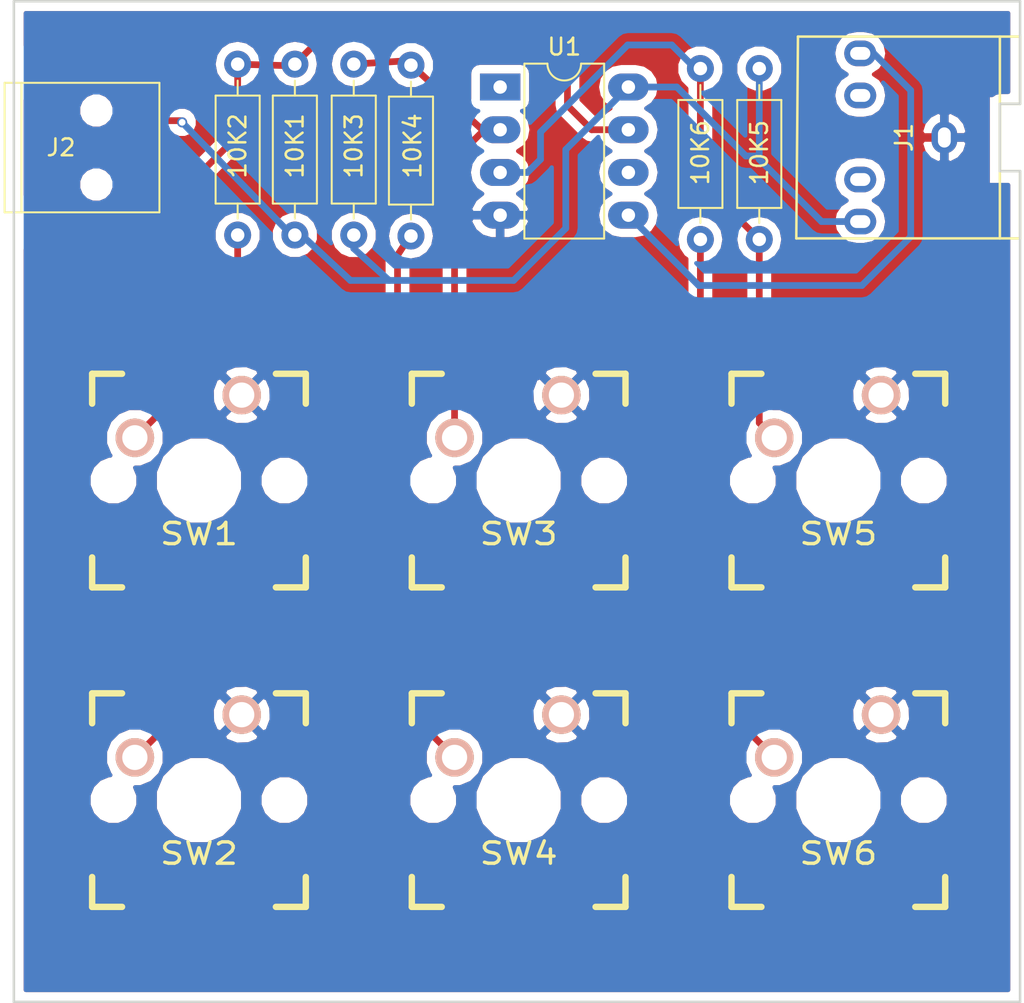
<source format=kicad_pcb>
(kicad_pcb (version 4) (host pcbnew 4.0.6)

  (general
    (links 30)
    (no_connects 1)
    (area 108.846999 71.451999 170.122 131.102001)
    (thickness 1.6)
    (drawings 9)
    (tracks 66)
    (zones 0)
    (modules 16)
    (nets 10)
  )

  (page A4)
  (layers
    (0 F.Cu signal)
    (31 B.Cu signal)
    (32 B.Adhes user hide)
    (33 F.Adhes user hide)
    (34 B.Paste user hide)
    (35 F.Paste user hide)
    (36 B.SilkS user)
    (37 F.SilkS user)
    (38 B.Mask user)
    (39 F.Mask user)
    (40 Dwgs.User user)
    (41 Cmts.User user)
    (42 Eco1.User user hide)
    (43 Eco2.User user hide)
    (44 Edge.Cuts user)
    (45 Margin user hide)
    (46 B.CrtYd user hide)
    (47 F.CrtYd user hide)
    (48 B.Fab user hide)
    (49 F.Fab user hide)
  )

  (setup
    (last_trace_width 0.25)
    (trace_clearance 0.2)
    (zone_clearance 0.508)
    (zone_45_only no)
    (trace_min 0.2)
    (segment_width 0.2)
    (edge_width 0.15)
    (via_size 0.6)
    (via_drill 0.4)
    (via_min_size 0.4)
    (via_min_drill 0.3)
    (uvia_size 0.3)
    (uvia_drill 0.1)
    (uvias_allowed no)
    (uvia_min_size 0.2)
    (uvia_min_drill 0.1)
    (pcb_text_width 0.3)
    (pcb_text_size 1.5 1.5)
    (mod_edge_width 0.15)
    (mod_text_size 1 1)
    (mod_text_width 0.15)
    (pad_size 1.524 1.524)
    (pad_drill 0.762)
    (pad_to_mask_clearance 0.2)
    (aux_axis_origin 0 0)
    (grid_origin 118.872 89.027)
    (visible_elements FFFFFF7F)
    (pcbplotparams
      (layerselection 0x010f0_80000001)
      (usegerberextensions false)
      (excludeedgelayer true)
      (linewidth 0.100000)
      (plotframeref false)
      (viasonmask false)
      (mode 1)
      (useauxorigin false)
      (hpglpennumber 1)
      (hpglpenspeed 20)
      (hpglpendiameter 15)
      (hpglpenoverlay 2)
      (psnegative false)
      (psa4output false)
      (plotreference true)
      (plotvalue true)
      (plotinvisibletext false)
      (padsonsilk false)
      (subtractmaskfromsilk false)
      (outputformat 1)
      (mirror false)
      (drillshape 0)
      (scaleselection 1)
      (outputdirectory "THT Gerbers/"))
  )

  (net 0 "")
  (net 1 +5V)
  (net 2 "Net-(10K1-Pad2)")
  (net 3 "Net-(10K2-Pad1)")
  (net 4 "Net-(10K3-Pad2)")
  (net 5 "Net-(10K4-Pad2)")
  (net 6 "Net-(10K5-Pad2)")
  (net 7 "Net-(10K6-Pad2)")
  (net 8 "Net-(J1-Pad2)")
  (net 9 GND)

  (net_class Default "This is the default net class."
    (clearance 0.2)
    (trace_width 0.25)
    (via_dia 0.6)
    (via_drill 0.4)
    (uvia_dia 0.3)
    (uvia_drill 0.1)
  )

  (net_class "Heavy Net" ""
    (clearance 0.2)
    (trace_width 0.4)
    (via_dia 0.6)
    (via_drill 0.4)
    (uvia_dia 0.3)
    (uvia_drill 0.1)
    (add_net +5V)
    (add_net GND)
    (add_net "Net-(10K1-Pad2)")
    (add_net "Net-(10K2-Pad1)")
    (add_net "Net-(10K3-Pad2)")
    (add_net "Net-(10K4-Pad2)")
    (add_net "Net-(10K5-Pad2)")
    (add_net "Net-(10K6-Pad2)")
    (add_net "Net-(J1-Pad2)")
  )

  (module Keyboard:CHERRY_PCB_100H (layer F.Cu) (tedit 549A0505) (tstamp 597443B9)
    (at 120.872 119.027)
    (path /597380E6)
    (fp_text reference SW2 (at 0 3.175) (layer F.SilkS)
      (effects (font (size 1.27 1.524) (thickness 0.2032)))
    )
    (fp_text value SW_Push (at 0 5.08) (layer F.SilkS) hide
      (effects (font (size 1.27 1.524) (thickness 0.2032)))
    )
    (fp_text user 1.00u (at -5.715 8.255) (layer Dwgs.User)
      (effects (font (thickness 0.3048)))
    )
    (fp_line (start -6.35 -6.35) (end 6.35 -6.35) (layer Cmts.User) (width 0.1524))
    (fp_line (start 6.35 -6.35) (end 6.35 6.35) (layer Cmts.User) (width 0.1524))
    (fp_line (start 6.35 6.35) (end -6.35 6.35) (layer Cmts.User) (width 0.1524))
    (fp_line (start -6.35 6.35) (end -6.35 -6.35) (layer Cmts.User) (width 0.1524))
    (fp_line (start -9.398 -9.398) (end 9.398 -9.398) (layer Dwgs.User) (width 0.1524))
    (fp_line (start 9.398 -9.398) (end 9.398 9.398) (layer Dwgs.User) (width 0.1524))
    (fp_line (start 9.398 9.398) (end -9.398 9.398) (layer Dwgs.User) (width 0.1524))
    (fp_line (start -9.398 9.398) (end -9.398 -9.398) (layer Dwgs.User) (width 0.1524))
    (fp_line (start -6.35 -6.35) (end -4.572 -6.35) (layer F.SilkS) (width 0.381))
    (fp_line (start 4.572 -6.35) (end 6.35 -6.35) (layer F.SilkS) (width 0.381))
    (fp_line (start 6.35 -6.35) (end 6.35 -4.572) (layer F.SilkS) (width 0.381))
    (fp_line (start 6.35 4.572) (end 6.35 6.35) (layer F.SilkS) (width 0.381))
    (fp_line (start 6.35 6.35) (end 4.572 6.35) (layer F.SilkS) (width 0.381))
    (fp_line (start -4.572 6.35) (end -6.35 6.35) (layer F.SilkS) (width 0.381))
    (fp_line (start -6.35 6.35) (end -6.35 4.572) (layer F.SilkS) (width 0.381))
    (fp_line (start -6.35 -4.572) (end -6.35 -6.35) (layer F.SilkS) (width 0.381))
    (fp_line (start -6.985 -6.985) (end 6.985 -6.985) (layer Eco2.User) (width 0.1524))
    (fp_line (start 6.985 -6.985) (end 6.985 6.985) (layer Eco2.User) (width 0.1524))
    (fp_line (start 6.985 6.985) (end -6.985 6.985) (layer Eco2.User) (width 0.1524))
    (fp_line (start -6.985 6.985) (end -6.985 -6.985) (layer Eco2.User) (width 0.1524))
    (pad 1 thru_hole circle (at 2.54 -5.08) (size 2.286 2.286) (drill 1.4986) (layers *.Cu *.SilkS *.Mask)
      (net 9 GND))
    (pad 2 thru_hole circle (at -3.81 -2.54) (size 2.286 2.286) (drill 1.4986) (layers *.Cu *.SilkS *.Mask)
      (net 3 "Net-(10K2-Pad1)"))
    (pad HOLE np_thru_hole circle (at 0 0) (size 3.9878 3.9878) (drill 3.9878) (layers *.Cu))
    (pad HOLE np_thru_hole circle (at -5.08 0) (size 1.7018 1.7018) (drill 1.7018) (layers *.Cu))
    (pad HOLE np_thru_hole circle (at 5.08 0) (size 1.7018 1.7018) (drill 1.7018) (layers *.Cu))
  )

  (module Keyboard:CHERRY_PCB_100H (layer F.Cu) (tedit 549A0505) (tstamp 597443D6)
    (at 139.872 100.027)
    (path /59738182)
    (fp_text reference SW3 (at 0 3.175) (layer F.SilkS)
      (effects (font (size 1.27 1.524) (thickness 0.2032)))
    )
    (fp_text value SW_Push (at 0 5.08) (layer F.SilkS) hide
      (effects (font (size 1.27 1.524) (thickness 0.2032)))
    )
    (fp_text user 1.00u (at -5.715 8.255) (layer Dwgs.User)
      (effects (font (thickness 0.3048)))
    )
    (fp_line (start -6.35 -6.35) (end 6.35 -6.35) (layer Cmts.User) (width 0.1524))
    (fp_line (start 6.35 -6.35) (end 6.35 6.35) (layer Cmts.User) (width 0.1524))
    (fp_line (start 6.35 6.35) (end -6.35 6.35) (layer Cmts.User) (width 0.1524))
    (fp_line (start -6.35 6.35) (end -6.35 -6.35) (layer Cmts.User) (width 0.1524))
    (fp_line (start -9.398 -9.398) (end 9.398 -9.398) (layer Dwgs.User) (width 0.1524))
    (fp_line (start 9.398 -9.398) (end 9.398 9.398) (layer Dwgs.User) (width 0.1524))
    (fp_line (start 9.398 9.398) (end -9.398 9.398) (layer Dwgs.User) (width 0.1524))
    (fp_line (start -9.398 9.398) (end -9.398 -9.398) (layer Dwgs.User) (width 0.1524))
    (fp_line (start -6.35 -6.35) (end -4.572 -6.35) (layer F.SilkS) (width 0.381))
    (fp_line (start 4.572 -6.35) (end 6.35 -6.35) (layer F.SilkS) (width 0.381))
    (fp_line (start 6.35 -6.35) (end 6.35 -4.572) (layer F.SilkS) (width 0.381))
    (fp_line (start 6.35 4.572) (end 6.35 6.35) (layer F.SilkS) (width 0.381))
    (fp_line (start 6.35 6.35) (end 4.572 6.35) (layer F.SilkS) (width 0.381))
    (fp_line (start -4.572 6.35) (end -6.35 6.35) (layer F.SilkS) (width 0.381))
    (fp_line (start -6.35 6.35) (end -6.35 4.572) (layer F.SilkS) (width 0.381))
    (fp_line (start -6.35 -4.572) (end -6.35 -6.35) (layer F.SilkS) (width 0.381))
    (fp_line (start -6.985 -6.985) (end 6.985 -6.985) (layer Eco2.User) (width 0.1524))
    (fp_line (start 6.985 -6.985) (end 6.985 6.985) (layer Eco2.User) (width 0.1524))
    (fp_line (start 6.985 6.985) (end -6.985 6.985) (layer Eco2.User) (width 0.1524))
    (fp_line (start -6.985 6.985) (end -6.985 -6.985) (layer Eco2.User) (width 0.1524))
    (pad 1 thru_hole circle (at 2.54 -5.08) (size 2.286 2.286) (drill 1.4986) (layers *.Cu *.SilkS *.Mask)
      (net 9 GND))
    (pad 2 thru_hole circle (at -3.81 -2.54) (size 2.286 2.286) (drill 1.4986) (layers *.Cu *.SilkS *.Mask)
      (net 4 "Net-(10K3-Pad2)"))
    (pad HOLE np_thru_hole circle (at 0 0) (size 3.9878 3.9878) (drill 3.9878) (layers *.Cu))
    (pad HOLE np_thru_hole circle (at -5.08 0) (size 1.7018 1.7018) (drill 1.7018) (layers *.Cu))
    (pad HOLE np_thru_hole circle (at 5.08 0) (size 1.7018 1.7018) (drill 1.7018) (layers *.Cu))
  )

  (module SJ1-352X:SJ1-352XN (layer F.Cu) (tedit 5973AAE5) (tstamp 5973BB9C)
    (at 169.672 79.627 90)
    (path /59738767)
    (fp_text reference J1 (at 0 -6.9 90) (layer F.SilkS)
      (effects (font (size 1 1) (thickness 0.15)))
    )
    (fp_text value Audio-Jack-3 (at 0 -2.3 90) (layer F.Fab)
      (effects (font (size 1 1) (thickness 0.15)))
    )
    (fp_text user Cut (at -0.2 -0.3 90) (layer F.SilkS) hide
      (effects (font (size 1 1) (thickness 0.15)))
    )
    (fp_line (start 6 -1.2) (end -6 -1.2) (layer F.SilkS) (width 0.15))
    (fp_line (start 6 0) (end 6 -13.2) (layer F.SilkS) (width 0.15))
    (fp_line (start 6 -13.2) (end -6 -13.3) (layer F.SilkS) (width 0.15))
    (fp_line (start -6 -13.3) (end -6 0) (layer F.SilkS) (width 0.15))
    (fp_line (start -6 0) (end -2.1 0) (layer F.SilkS) (width 0.15))
    (fp_line (start 2 0) (end 6 0) (layer F.SilkS) (width 0.15))
    (fp_line (start -2 0) (end -2 -1.2) (layer F.SilkS) (width 0.15))
    (fp_line (start -2 -1.2) (end 2 -1.2) (layer F.SilkS) (width 0.15))
    (fp_line (start 2 -1.2) (end 2 0) (layer F.SilkS) (width 0.15))
    (pad 1 thru_hole oval (at 0 -4.5 90) (size 1.9 1.524) (drill oval 1.2 0.762) (layers *.Cu *.Mask)
      (net 9 GND))
    (pad 5 thru_hole oval (at -2.5 -9.5 180) (size 1.9 1.524) (drill oval 1.2 0.762) (layers *.Cu *.Mask))
    (pad 4 thru_hole oval (at 2.5 -9.5 180) (size 1.9 1.524) (drill oval 1.2 0.762) (layers *.Cu *.Mask))
    (pad 3 thru_hole oval (at -5 -9.5 180) (size 1.9 1.524) (drill oval 1.2 0.762) (layers *.Cu *.Mask)
      (net 1 +5V))
    (pad 2 thru_hole oval (at 5 -9.5 180) (size 1.9 1.524) (drill oval 1.2 0.762) (layers *.Cu *.Mask)
      (net 8 "Net-(J1-Pad2)"))
  )

  (module Housings_DIP:DIP-8_W7.62mm_LongPads (layer F.Cu) (tedit 58CC8E33) (tstamp 5973BC84)
    (at 138.772 76.627)
    (descr "8-lead dip package, row spacing 7.62 mm (300 mils), LongPads")
    (tags "DIL DIP PDIP 2.54mm 7.62mm 300mil LongPads")
    (path /59738694)
    (fp_text reference U1 (at 3.81 -2.39) (layer F.SilkS)
      (effects (font (size 1 1) (thickness 0.15)))
    )
    (fp_text value ATTINY85-20PU (at 3.81 10.01) (layer F.Fab)
      (effects (font (size 1 1) (thickness 0.15)))
    )
    (fp_text user %R (at 3.81 3.81) (layer F.Fab)
      (effects (font (size 1 1) (thickness 0.15)))
    )
    (fp_line (start 1.635 -1.27) (end 6.985 -1.27) (layer F.Fab) (width 0.1))
    (fp_line (start 6.985 -1.27) (end 6.985 8.89) (layer F.Fab) (width 0.1))
    (fp_line (start 6.985 8.89) (end 0.635 8.89) (layer F.Fab) (width 0.1))
    (fp_line (start 0.635 8.89) (end 0.635 -0.27) (layer F.Fab) (width 0.1))
    (fp_line (start 0.635 -0.27) (end 1.635 -1.27) (layer F.Fab) (width 0.1))
    (fp_line (start 2.81 -1.39) (end 1.44 -1.39) (layer F.SilkS) (width 0.12))
    (fp_line (start 1.44 -1.39) (end 1.44 9.01) (layer F.SilkS) (width 0.12))
    (fp_line (start 1.44 9.01) (end 6.18 9.01) (layer F.SilkS) (width 0.12))
    (fp_line (start 6.18 9.01) (end 6.18 -1.39) (layer F.SilkS) (width 0.12))
    (fp_line (start 6.18 -1.39) (end 4.81 -1.39) (layer F.SilkS) (width 0.12))
    (fp_line (start -1.5 -1.6) (end -1.5 9.2) (layer F.CrtYd) (width 0.05))
    (fp_line (start -1.5 9.2) (end 9.1 9.2) (layer F.CrtYd) (width 0.05))
    (fp_line (start 9.1 9.2) (end 9.1 -1.6) (layer F.CrtYd) (width 0.05))
    (fp_line (start 9.1 -1.6) (end -1.5 -1.6) (layer F.CrtYd) (width 0.05))
    (fp_arc (start 3.81 -1.39) (end 2.81 -1.39) (angle -180) (layer F.SilkS) (width 0.12))
    (pad 1 thru_hole rect (at 0 0) (size 2.4 1.6) (drill 0.8) (layers *.Cu *.Mask))
    (pad 5 thru_hole oval (at 7.62 7.62) (size 2.4 1.6) (drill 0.8) (layers *.Cu *.Mask)
      (net 8 "Net-(J1-Pad2)"))
    (pad 2 thru_hole oval (at 0 2.54) (size 2.4 1.6) (drill 0.8) (layers *.Cu *.Mask)
      (net 4 "Net-(10K3-Pad2)"))
    (pad 6 thru_hole oval (at 7.62 5.08) (size 2.4 1.6) (drill 0.8) (layers *.Cu *.Mask))
    (pad 3 thru_hole oval (at 0 5.08) (size 2.4 1.6) (drill 0.8) (layers *.Cu *.Mask)
      (net 6 "Net-(10K5-Pad2)"))
    (pad 7 thru_hole oval (at 7.62 2.54) (size 2.4 1.6) (drill 0.8) (layers *.Cu *.Mask)
      (net 2 "Net-(10K1-Pad2)"))
    (pad 4 thru_hole oval (at 0 7.62) (size 2.4 1.6) (drill 0.8) (layers *.Cu *.Mask)
      (net 9 GND))
    (pad 8 thru_hole oval (at 7.62 0) (size 2.4 1.6) (drill 0.8) (layers *.Cu *.Mask)
      (net 1 +5V))
    (model ${KISYS3DMOD}/Housings_DIP.3dshapes/DIP-8_W7.62mm_LongPads.wrl
      (at (xyz 0 0 0))
      (scale (xyz 1 1 1))
      (rotate (xyz 0 0 0))
    )
  )

  (module Resistors_THT:R_Axial_DIN0207_L6.3mm_D2.5mm_P10.16mm_Horizontal (layer F.Cu) (tedit 59744409) (tstamp 59743F27)
    (at 126.572 85.427 90)
    (descr "Resistor, Axial_DIN0207 series, Axial, Horizontal, pin pitch=10.16mm, 0.25W = 1/4W, length*diameter=6.3*2.5mm^2, http://cdn-reichelt.de/documents/datenblatt/B400/1_4W%23YAG.pdf")
    (tags "Resistor Axial_DIN0207 series Axial Horizontal pin pitch 10.16mm 0.25W = 1/4W length 6.3mm diameter 2.5mm")
    (path /5973A84B)
    (fp_text reference 10K1 (at 5.3 0 90) (layer F.SilkS)
      (effects (font (size 1 1) (thickness 0.15)))
    )
    (fp_text value R (at 2.7 -0.1 90) (layer F.Fab)
      (effects (font (size 1 1) (thickness 0.15)))
    )
    (fp_line (start 1.93 -1.25) (end 1.93 1.25) (layer F.Fab) (width 0.1))
    (fp_line (start 1.93 1.25) (end 8.23 1.25) (layer F.Fab) (width 0.1))
    (fp_line (start 8.23 1.25) (end 8.23 -1.25) (layer F.Fab) (width 0.1))
    (fp_line (start 8.23 -1.25) (end 1.93 -1.25) (layer F.Fab) (width 0.1))
    (fp_line (start 0 0) (end 1.93 0) (layer F.Fab) (width 0.1))
    (fp_line (start 10.16 0) (end 8.23 0) (layer F.Fab) (width 0.1))
    (fp_line (start 1.87 -1.31) (end 1.87 1.31) (layer F.SilkS) (width 0.12))
    (fp_line (start 1.87 1.31) (end 8.29 1.31) (layer F.SilkS) (width 0.12))
    (fp_line (start 8.29 1.31) (end 8.29 -1.31) (layer F.SilkS) (width 0.12))
    (fp_line (start 8.29 -1.31) (end 1.87 -1.31) (layer F.SilkS) (width 0.12))
    (fp_line (start 0.98 0) (end 1.87 0) (layer F.SilkS) (width 0.12))
    (fp_line (start 9.18 0) (end 8.29 0) (layer F.SilkS) (width 0.12))
    (fp_line (start -1.05 -1.6) (end -1.05 1.6) (layer F.CrtYd) (width 0.05))
    (fp_line (start -1.05 1.6) (end 11.25 1.6) (layer F.CrtYd) (width 0.05))
    (fp_line (start 11.25 1.6) (end 11.25 -1.6) (layer F.CrtYd) (width 0.05))
    (fp_line (start 11.25 -1.6) (end -1.05 -1.6) (layer F.CrtYd) (width 0.05))
    (pad 1 thru_hole circle (at 0 0 90) (size 1.6 1.6) (drill 0.8) (layers *.Cu *.Mask)
      (net 1 +5V))
    (pad 2 thru_hole oval (at 10.16 0 90) (size 1.6 1.6) (drill 0.8) (layers *.Cu *.Mask)
      (net 2 "Net-(10K1-Pad2)"))
    (model ${KISYS3DMOD}/Resistors_THT.3dshapes/R_Axial_DIN0207_L6.3mm_D2.5mm_P10.16mm_Horizontal.wrl
      (at (xyz 0 0 0))
      (scale (xyz 0.393701 0.393701 0.393701))
      (rotate (xyz 0 0 0))
    )
  )

  (module Resistors_THT:R_Axial_DIN0207_L6.3mm_D2.5mm_P10.16mm_Horizontal (layer F.Cu) (tedit 597443F8) (tstamp 59743F3C)
    (at 123.172 85.427 90)
    (descr "Resistor, Axial_DIN0207 series, Axial, Horizontal, pin pitch=10.16mm, 0.25W = 1/4W, length*diameter=6.3*2.5mm^2, http://cdn-reichelt.de/documents/datenblatt/B400/1_4W%23YAG.pdf")
    (tags "Resistor Axial_DIN0207 series Axial Horizontal pin pitch 10.16mm 0.25W = 1/4W length 6.3mm diameter 2.5mm")
    (path /59725307)
    (fp_text reference 10K2 (at 5.3 0 90) (layer F.SilkS)
      (effects (font (size 1 1) (thickness 0.15)))
    )
    (fp_text value R (at 2.6 0.1 90) (layer F.Fab)
      (effects (font (size 1 1) (thickness 0.15)))
    )
    (fp_line (start 1.93 -1.25) (end 1.93 1.25) (layer F.Fab) (width 0.1))
    (fp_line (start 1.93 1.25) (end 8.23 1.25) (layer F.Fab) (width 0.1))
    (fp_line (start 8.23 1.25) (end 8.23 -1.25) (layer F.Fab) (width 0.1))
    (fp_line (start 8.23 -1.25) (end 1.93 -1.25) (layer F.Fab) (width 0.1))
    (fp_line (start 0 0) (end 1.93 0) (layer F.Fab) (width 0.1))
    (fp_line (start 10.16 0) (end 8.23 0) (layer F.Fab) (width 0.1))
    (fp_line (start 1.87 -1.31) (end 1.87 1.31) (layer F.SilkS) (width 0.12))
    (fp_line (start 1.87 1.31) (end 8.29 1.31) (layer F.SilkS) (width 0.12))
    (fp_line (start 8.29 1.31) (end 8.29 -1.31) (layer F.SilkS) (width 0.12))
    (fp_line (start 8.29 -1.31) (end 1.87 -1.31) (layer F.SilkS) (width 0.12))
    (fp_line (start 0.98 0) (end 1.87 0) (layer F.SilkS) (width 0.12))
    (fp_line (start 9.18 0) (end 8.29 0) (layer F.SilkS) (width 0.12))
    (fp_line (start -1.05 -1.6) (end -1.05 1.6) (layer F.CrtYd) (width 0.05))
    (fp_line (start -1.05 1.6) (end 11.25 1.6) (layer F.CrtYd) (width 0.05))
    (fp_line (start 11.25 1.6) (end 11.25 -1.6) (layer F.CrtYd) (width 0.05))
    (fp_line (start 11.25 -1.6) (end -1.05 -1.6) (layer F.CrtYd) (width 0.05))
    (pad 1 thru_hole circle (at 0 0 90) (size 1.6 1.6) (drill 0.8) (layers *.Cu *.Mask)
      (net 3 "Net-(10K2-Pad1)"))
    (pad 2 thru_hole oval (at 10.16 0 90) (size 1.6 1.6) (drill 0.8) (layers *.Cu *.Mask)
      (net 2 "Net-(10K1-Pad2)"))
    (model ${KISYS3DMOD}/Resistors_THT.3dshapes/R_Axial_DIN0207_L6.3mm_D2.5mm_P10.16mm_Horizontal.wrl
      (at (xyz 0 0 0))
      (scale (xyz 0.393701 0.393701 0.393701))
      (rotate (xyz 0 0 0))
    )
  )

  (module Resistors_THT:R_Axial_DIN0207_L6.3mm_D2.5mm_P10.16mm_Horizontal (layer F.Cu) (tedit 59744414) (tstamp 59743F51)
    (at 130.072 85.427 90)
    (descr "Resistor, Axial_DIN0207 series, Axial, Horizontal, pin pitch=10.16mm, 0.25W = 1/4W, length*diameter=6.3*2.5mm^2, http://cdn-reichelt.de/documents/datenblatt/B400/1_4W%23YAG.pdf")
    (tags "Resistor Axial_DIN0207 series Axial Horizontal pin pitch 10.16mm 0.25W = 1/4W length 6.3mm diameter 2.5mm")
    (path /5973A6DA)
    (fp_text reference 10K3 (at 5.3 0 90) (layer F.SilkS)
      (effects (font (size 1 1) (thickness 0.15)))
    )
    (fp_text value R (at 2.7 0.1 90) (layer F.Fab)
      (effects (font (size 1 1) (thickness 0.15)))
    )
    (fp_line (start 1.93 -1.25) (end 1.93 1.25) (layer F.Fab) (width 0.1))
    (fp_line (start 1.93 1.25) (end 8.23 1.25) (layer F.Fab) (width 0.1))
    (fp_line (start 8.23 1.25) (end 8.23 -1.25) (layer F.Fab) (width 0.1))
    (fp_line (start 8.23 -1.25) (end 1.93 -1.25) (layer F.Fab) (width 0.1))
    (fp_line (start 0 0) (end 1.93 0) (layer F.Fab) (width 0.1))
    (fp_line (start 10.16 0) (end 8.23 0) (layer F.Fab) (width 0.1))
    (fp_line (start 1.87 -1.31) (end 1.87 1.31) (layer F.SilkS) (width 0.12))
    (fp_line (start 1.87 1.31) (end 8.29 1.31) (layer F.SilkS) (width 0.12))
    (fp_line (start 8.29 1.31) (end 8.29 -1.31) (layer F.SilkS) (width 0.12))
    (fp_line (start 8.29 -1.31) (end 1.87 -1.31) (layer F.SilkS) (width 0.12))
    (fp_line (start 0.98 0) (end 1.87 0) (layer F.SilkS) (width 0.12))
    (fp_line (start 9.18 0) (end 8.29 0) (layer F.SilkS) (width 0.12))
    (fp_line (start -1.05 -1.6) (end -1.05 1.6) (layer F.CrtYd) (width 0.05))
    (fp_line (start -1.05 1.6) (end 11.25 1.6) (layer F.CrtYd) (width 0.05))
    (fp_line (start 11.25 1.6) (end 11.25 -1.6) (layer F.CrtYd) (width 0.05))
    (fp_line (start 11.25 -1.6) (end -1.05 -1.6) (layer F.CrtYd) (width 0.05))
    (pad 1 thru_hole circle (at 0 0 90) (size 1.6 1.6) (drill 0.8) (layers *.Cu *.Mask)
      (net 1 +5V))
    (pad 2 thru_hole oval (at 10.16 0 90) (size 1.6 1.6) (drill 0.8) (layers *.Cu *.Mask)
      (net 4 "Net-(10K3-Pad2)"))
    (model ${KISYS3DMOD}/Resistors_THT.3dshapes/R_Axial_DIN0207_L6.3mm_D2.5mm_P10.16mm_Horizontal.wrl
      (at (xyz 0 0 0))
      (scale (xyz 0.393701 0.393701 0.393701))
      (rotate (xyz 0 0 0))
    )
  )

  (module Resistors_THT:R_Axial_DIN0207_L6.3mm_D2.5mm_P10.16mm_Horizontal (layer F.Cu) (tedit 5974442A) (tstamp 59743F66)
    (at 133.472 75.327 270)
    (descr "Resistor, Axial_DIN0207 series, Axial, Horizontal, pin pitch=10.16mm, 0.25W = 1/4W, length*diameter=6.3*2.5mm^2, http://cdn-reichelt.de/documents/datenblatt/B400/1_4W%23YAG.pdf")
    (tags "Resistor Axial_DIN0207 series Axial Horizontal pin pitch 10.16mm 0.25W = 1/4W length 6.3mm diameter 2.5mm")
    (path /5973A743)
    (fp_text reference 10K4 (at 4.8 -0.1 270) (layer F.SilkS)
      (effects (font (size 1 1) (thickness 0.15)))
    )
    (fp_text value R (at 7.4 -0.1 270) (layer F.Fab)
      (effects (font (size 1 1) (thickness 0.15)))
    )
    (fp_line (start 1.93 -1.25) (end 1.93 1.25) (layer F.Fab) (width 0.1))
    (fp_line (start 1.93 1.25) (end 8.23 1.25) (layer F.Fab) (width 0.1))
    (fp_line (start 8.23 1.25) (end 8.23 -1.25) (layer F.Fab) (width 0.1))
    (fp_line (start 8.23 -1.25) (end 1.93 -1.25) (layer F.Fab) (width 0.1))
    (fp_line (start 0 0) (end 1.93 0) (layer F.Fab) (width 0.1))
    (fp_line (start 10.16 0) (end 8.23 0) (layer F.Fab) (width 0.1))
    (fp_line (start 1.87 -1.31) (end 1.87 1.31) (layer F.SilkS) (width 0.12))
    (fp_line (start 1.87 1.31) (end 8.29 1.31) (layer F.SilkS) (width 0.12))
    (fp_line (start 8.29 1.31) (end 8.29 -1.31) (layer F.SilkS) (width 0.12))
    (fp_line (start 8.29 -1.31) (end 1.87 -1.31) (layer F.SilkS) (width 0.12))
    (fp_line (start 0.98 0) (end 1.87 0) (layer F.SilkS) (width 0.12))
    (fp_line (start 9.18 0) (end 8.29 0) (layer F.SilkS) (width 0.12))
    (fp_line (start -1.05 -1.6) (end -1.05 1.6) (layer F.CrtYd) (width 0.05))
    (fp_line (start -1.05 1.6) (end 11.25 1.6) (layer F.CrtYd) (width 0.05))
    (fp_line (start 11.25 1.6) (end 11.25 -1.6) (layer F.CrtYd) (width 0.05))
    (fp_line (start 11.25 -1.6) (end -1.05 -1.6) (layer F.CrtYd) (width 0.05))
    (pad 1 thru_hole circle (at 0 0 270) (size 1.6 1.6) (drill 0.8) (layers *.Cu *.Mask)
      (net 4 "Net-(10K3-Pad2)"))
    (pad 2 thru_hole oval (at 10.16 0 270) (size 1.6 1.6) (drill 0.8) (layers *.Cu *.Mask)
      (net 5 "Net-(10K4-Pad2)"))
    (model ${KISYS3DMOD}/Resistors_THT.3dshapes/R_Axial_DIN0207_L6.3mm_D2.5mm_P10.16mm_Horizontal.wrl
      (at (xyz 0 0 0))
      (scale (xyz 0.393701 0.393701 0.393701))
      (rotate (xyz 0 0 0))
    )
  )

  (module Resistors_THT:R_Axial_DIN0207_L6.3mm_D2.5mm_P10.16mm_Horizontal (layer F.Cu) (tedit 5974445A) (tstamp 59743F7B)
    (at 154.172 75.527 270)
    (descr "Resistor, Axial_DIN0207 series, Axial, Horizontal, pin pitch=10.16mm, 0.25W = 1/4W, length*diameter=6.3*2.5mm^2, http://cdn-reichelt.de/documents/datenblatt/B400/1_4W%23YAG.pdf")
    (tags "Resistor Axial_DIN0207 series Axial Horizontal pin pitch 10.16mm 0.25W = 1/4W length 6.3mm diameter 2.5mm")
    (path /5973A7F1)
    (fp_text reference 10K5 (at 5 0 270) (layer F.SilkS)
      (effects (font (size 1 1) (thickness 0.15)))
    )
    (fp_text value R (at 7.5 0 270) (layer F.Fab)
      (effects (font (size 1 1) (thickness 0.15)))
    )
    (fp_line (start 1.93 -1.25) (end 1.93 1.25) (layer F.Fab) (width 0.1))
    (fp_line (start 1.93 1.25) (end 8.23 1.25) (layer F.Fab) (width 0.1))
    (fp_line (start 8.23 1.25) (end 8.23 -1.25) (layer F.Fab) (width 0.1))
    (fp_line (start 8.23 -1.25) (end 1.93 -1.25) (layer F.Fab) (width 0.1))
    (fp_line (start 0 0) (end 1.93 0) (layer F.Fab) (width 0.1))
    (fp_line (start 10.16 0) (end 8.23 0) (layer F.Fab) (width 0.1))
    (fp_line (start 1.87 -1.31) (end 1.87 1.31) (layer F.SilkS) (width 0.12))
    (fp_line (start 1.87 1.31) (end 8.29 1.31) (layer F.SilkS) (width 0.12))
    (fp_line (start 8.29 1.31) (end 8.29 -1.31) (layer F.SilkS) (width 0.12))
    (fp_line (start 8.29 -1.31) (end 1.87 -1.31) (layer F.SilkS) (width 0.12))
    (fp_line (start 0.98 0) (end 1.87 0) (layer F.SilkS) (width 0.12))
    (fp_line (start 9.18 0) (end 8.29 0) (layer F.SilkS) (width 0.12))
    (fp_line (start -1.05 -1.6) (end -1.05 1.6) (layer F.CrtYd) (width 0.05))
    (fp_line (start -1.05 1.6) (end 11.25 1.6) (layer F.CrtYd) (width 0.05))
    (fp_line (start 11.25 1.6) (end 11.25 -1.6) (layer F.CrtYd) (width 0.05))
    (fp_line (start 11.25 -1.6) (end -1.05 -1.6) (layer F.CrtYd) (width 0.05))
    (pad 1 thru_hole circle (at 0 0 270) (size 1.6 1.6) (drill 0.8) (layers *.Cu *.Mask)
      (net 1 +5V))
    (pad 2 thru_hole oval (at 10.16 0 270) (size 1.6 1.6) (drill 0.8) (layers *.Cu *.Mask)
      (net 6 "Net-(10K5-Pad2)"))
    (model ${KISYS3DMOD}/Resistors_THT.3dshapes/R_Axial_DIN0207_L6.3mm_D2.5mm_P10.16mm_Horizontal.wrl
      (at (xyz 0 0 0))
      (scale (xyz 0.393701 0.393701 0.393701))
      (rotate (xyz 0 0 0))
    )
  )

  (module Resistors_THT:R_Axial_DIN0207_L6.3mm_D2.5mm_P10.16mm_Horizontal (layer F.Cu) (tedit 59744441) (tstamp 59743F90)
    (at 150.672 75.527 270)
    (descr "Resistor, Axial_DIN0207 series, Axial, Horizontal, pin pitch=10.16mm, 0.25W = 1/4W, length*diameter=6.3*2.5mm^2, http://cdn-reichelt.de/documents/datenblatt/B400/1_4W%23YAG.pdf")
    (tags "Resistor Axial_DIN0207 series Axial Horizontal pin pitch 10.16mm 0.25W = 1/4W length 6.3mm diameter 2.5mm")
    (path /5973A797)
    (fp_text reference 10K6 (at 5 0 270) (layer F.SilkS)
      (effects (font (size 1 1) (thickness 0.15)))
    )
    (fp_text value R (at 7.5 0 270) (layer F.Fab)
      (effects (font (size 1 1) (thickness 0.15)))
    )
    (fp_line (start 1.93 -1.25) (end 1.93 1.25) (layer F.Fab) (width 0.1))
    (fp_line (start 1.93 1.25) (end 8.23 1.25) (layer F.Fab) (width 0.1))
    (fp_line (start 8.23 1.25) (end 8.23 -1.25) (layer F.Fab) (width 0.1))
    (fp_line (start 8.23 -1.25) (end 1.93 -1.25) (layer F.Fab) (width 0.1))
    (fp_line (start 0 0) (end 1.93 0) (layer F.Fab) (width 0.1))
    (fp_line (start 10.16 0) (end 8.23 0) (layer F.Fab) (width 0.1))
    (fp_line (start 1.87 -1.31) (end 1.87 1.31) (layer F.SilkS) (width 0.12))
    (fp_line (start 1.87 1.31) (end 8.29 1.31) (layer F.SilkS) (width 0.12))
    (fp_line (start 8.29 1.31) (end 8.29 -1.31) (layer F.SilkS) (width 0.12))
    (fp_line (start 8.29 -1.31) (end 1.87 -1.31) (layer F.SilkS) (width 0.12))
    (fp_line (start 0.98 0) (end 1.87 0) (layer F.SilkS) (width 0.12))
    (fp_line (start 9.18 0) (end 8.29 0) (layer F.SilkS) (width 0.12))
    (fp_line (start -1.05 -1.6) (end -1.05 1.6) (layer F.CrtYd) (width 0.05))
    (fp_line (start -1.05 1.6) (end 11.25 1.6) (layer F.CrtYd) (width 0.05))
    (fp_line (start 11.25 1.6) (end 11.25 -1.6) (layer F.CrtYd) (width 0.05))
    (fp_line (start 11.25 -1.6) (end -1.05 -1.6) (layer F.CrtYd) (width 0.05))
    (pad 1 thru_hole circle (at 0 0 270) (size 1.6 1.6) (drill 0.8) (layers *.Cu *.Mask)
      (net 6 "Net-(10K5-Pad2)"))
    (pad 2 thru_hole oval (at 10.16 0 270) (size 1.6 1.6) (drill 0.8) (layers *.Cu *.Mask)
      (net 7 "Net-(10K6-Pad2)"))
    (model ${KISYS3DMOD}/Resistors_THT.3dshapes/R_Axial_DIN0207_L6.3mm_D2.5mm_P10.16mm_Horizontal.wrl
      (at (xyz 0 0 0))
      (scale (xyz 0.393701 0.393701 0.393701))
      (rotate (xyz 0 0 0))
    )
  )

  (module Connectors:USB_Mini-B (layer F.Cu) (tedit 5974447A) (tstamp 59744201)
    (at 114.572 80.227)
    (descr "USB Mini-B 5-pin SMD connector")
    (tags "USB USB_B USB_Mini connector")
    (path /5973CE99)
    (attr smd)
    (fp_text reference J2 (at -1.9 0) (layer F.SilkS)
      (effects (font (size 1 1) (thickness 0.15)))
    )
    (fp_text value USB_OTG (at -0.1 -7) (layer F.Fab)
      (effects (font (size 1 1) (thickness 0.15)))
    )
    (fp_line (start -5.5 -5.7) (end 4.2 -5.7) (layer F.CrtYd) (width 0.05))
    (fp_line (start 4.2 -5.7) (end 4.2 5.7) (layer F.CrtYd) (width 0.05))
    (fp_line (start 4.2 5.7) (end -5.5 5.7) (layer F.CrtYd) (width 0.05))
    (fp_line (start -5.5 5.7) (end -5.5 -5.7) (layer F.CrtYd) (width 0.05))
    (fp_line (start -4.25 -3.85) (end -4.25 3.85) (layer F.SilkS) (width 0.12))
    (fp_line (start -5.25 -3.85) (end -5.25 3.85) (layer F.SilkS) (width 0.12))
    (fp_line (start -5.25 3.85) (end 3.95 3.85) (layer F.SilkS) (width 0.12))
    (fp_line (start 3.95 3.85) (end 3.95 -3.85) (layer F.SilkS) (width 0.12))
    (fp_line (start 3.95 -3.85) (end -5.25 -3.85) (layer F.SilkS) (width 0.12))
    (pad 1 smd rect (at 2.8 -1.6) (size 2.3 0.5) (layers F.Cu F.Paste F.Mask)
      (net 1 +5V))
    (pad 2 smd rect (at 2.8 -0.8) (size 2.3 0.5) (layers F.Cu F.Paste F.Mask))
    (pad 3 smd rect (at 2.8 0) (size 2.3 0.5) (layers F.Cu F.Paste F.Mask))
    (pad 4 smd rect (at 2.8 0.8) (size 2.3 0.5) (layers F.Cu F.Paste F.Mask))
    (pad 5 smd rect (at 2.8 1.6) (size 2.3 0.5) (layers F.Cu F.Paste F.Mask)
      (net 9 GND))
    (pad 6 smd rect (at 2.7 -4.45) (size 2.5 2) (layers F.Cu F.Paste F.Mask)
      (net 9 GND))
    (pad 6 smd rect (at -2.8 -4.45) (size 2.5 2) (layers F.Cu F.Paste F.Mask)
      (net 9 GND))
    (pad 6 smd rect (at 2.7 4.45) (size 2.5 2) (layers F.Cu F.Paste F.Mask)
      (net 9 GND))
    (pad 6 smd rect (at -2.8 4.45) (size 2.5 2) (layers F.Cu F.Paste F.Mask)
      (net 9 GND))
    (pad "" np_thru_hole circle (at 0.2 -2.2) (size 0.9 0.9) (drill 0.9) (layers *.Cu *.Mask))
    (pad "" np_thru_hole circle (at 0.2 2.2) (size 0.9 0.9) (drill 0.9) (layers *.Cu *.Mask))
  )

  (module Keyboard:CHERRY_PCB_100H (layer F.Cu) (tedit 549A0505) (tstamp 5974439C)
    (at 120.872 100.027)
    (path /597381C1)
    (fp_text reference SW1 (at 0 3.175) (layer F.SilkS)
      (effects (font (size 1.27 1.524) (thickness 0.2032)))
    )
    (fp_text value SW_Push (at 0 5.08) (layer F.SilkS) hide
      (effects (font (size 1.27 1.524) (thickness 0.2032)))
    )
    (fp_text user 1.00u (at -5.715 8.255) (layer Dwgs.User)
      (effects (font (thickness 0.3048)))
    )
    (fp_line (start -6.35 -6.35) (end 6.35 -6.35) (layer Cmts.User) (width 0.1524))
    (fp_line (start 6.35 -6.35) (end 6.35 6.35) (layer Cmts.User) (width 0.1524))
    (fp_line (start 6.35 6.35) (end -6.35 6.35) (layer Cmts.User) (width 0.1524))
    (fp_line (start -6.35 6.35) (end -6.35 -6.35) (layer Cmts.User) (width 0.1524))
    (fp_line (start -9.398 -9.398) (end 9.398 -9.398) (layer Dwgs.User) (width 0.1524))
    (fp_line (start 9.398 -9.398) (end 9.398 9.398) (layer Dwgs.User) (width 0.1524))
    (fp_line (start 9.398 9.398) (end -9.398 9.398) (layer Dwgs.User) (width 0.1524))
    (fp_line (start -9.398 9.398) (end -9.398 -9.398) (layer Dwgs.User) (width 0.1524))
    (fp_line (start -6.35 -6.35) (end -4.572 -6.35) (layer F.SilkS) (width 0.381))
    (fp_line (start 4.572 -6.35) (end 6.35 -6.35) (layer F.SilkS) (width 0.381))
    (fp_line (start 6.35 -6.35) (end 6.35 -4.572) (layer F.SilkS) (width 0.381))
    (fp_line (start 6.35 4.572) (end 6.35 6.35) (layer F.SilkS) (width 0.381))
    (fp_line (start 6.35 6.35) (end 4.572 6.35) (layer F.SilkS) (width 0.381))
    (fp_line (start -4.572 6.35) (end -6.35 6.35) (layer F.SilkS) (width 0.381))
    (fp_line (start -6.35 6.35) (end -6.35 4.572) (layer F.SilkS) (width 0.381))
    (fp_line (start -6.35 -4.572) (end -6.35 -6.35) (layer F.SilkS) (width 0.381))
    (fp_line (start -6.985 -6.985) (end 6.985 -6.985) (layer Eco2.User) (width 0.1524))
    (fp_line (start 6.985 -6.985) (end 6.985 6.985) (layer Eco2.User) (width 0.1524))
    (fp_line (start 6.985 6.985) (end -6.985 6.985) (layer Eco2.User) (width 0.1524))
    (fp_line (start -6.985 6.985) (end -6.985 -6.985) (layer Eco2.User) (width 0.1524))
    (pad 1 thru_hole circle (at 2.54 -5.08) (size 2.286 2.286) (drill 1.4986) (layers *.Cu *.SilkS *.Mask)
      (net 9 GND))
    (pad 2 thru_hole circle (at -3.81 -2.54) (size 2.286 2.286) (drill 1.4986) (layers *.Cu *.SilkS *.Mask)
      (net 2 "Net-(10K1-Pad2)"))
    (pad HOLE np_thru_hole circle (at 0 0) (size 3.9878 3.9878) (drill 3.9878) (layers *.Cu))
    (pad HOLE np_thru_hole circle (at -5.08 0) (size 1.7018 1.7018) (drill 1.7018) (layers *.Cu))
    (pad HOLE np_thru_hole circle (at 5.08 0) (size 1.7018 1.7018) (drill 1.7018) (layers *.Cu))
  )

  (module Keyboard:CHERRY_PCB_100H (layer F.Cu) (tedit 549A0505) (tstamp 597443F3)
    (at 139.872 119.027)
    (path /597380A4)
    (fp_text reference SW4 (at 0 3.175) (layer F.SilkS)
      (effects (font (size 1.27 1.524) (thickness 0.2032)))
    )
    (fp_text value SW_Push (at 0 5.08) (layer F.SilkS) hide
      (effects (font (size 1.27 1.524) (thickness 0.2032)))
    )
    (fp_text user 1.00u (at -5.715 8.255) (layer Dwgs.User)
      (effects (font (thickness 0.3048)))
    )
    (fp_line (start -6.35 -6.35) (end 6.35 -6.35) (layer Cmts.User) (width 0.1524))
    (fp_line (start 6.35 -6.35) (end 6.35 6.35) (layer Cmts.User) (width 0.1524))
    (fp_line (start 6.35 6.35) (end -6.35 6.35) (layer Cmts.User) (width 0.1524))
    (fp_line (start -6.35 6.35) (end -6.35 -6.35) (layer Cmts.User) (width 0.1524))
    (fp_line (start -9.398 -9.398) (end 9.398 -9.398) (layer Dwgs.User) (width 0.1524))
    (fp_line (start 9.398 -9.398) (end 9.398 9.398) (layer Dwgs.User) (width 0.1524))
    (fp_line (start 9.398 9.398) (end -9.398 9.398) (layer Dwgs.User) (width 0.1524))
    (fp_line (start -9.398 9.398) (end -9.398 -9.398) (layer Dwgs.User) (width 0.1524))
    (fp_line (start -6.35 -6.35) (end -4.572 -6.35) (layer F.SilkS) (width 0.381))
    (fp_line (start 4.572 -6.35) (end 6.35 -6.35) (layer F.SilkS) (width 0.381))
    (fp_line (start 6.35 -6.35) (end 6.35 -4.572) (layer F.SilkS) (width 0.381))
    (fp_line (start 6.35 4.572) (end 6.35 6.35) (layer F.SilkS) (width 0.381))
    (fp_line (start 6.35 6.35) (end 4.572 6.35) (layer F.SilkS) (width 0.381))
    (fp_line (start -4.572 6.35) (end -6.35 6.35) (layer F.SilkS) (width 0.381))
    (fp_line (start -6.35 6.35) (end -6.35 4.572) (layer F.SilkS) (width 0.381))
    (fp_line (start -6.35 -4.572) (end -6.35 -6.35) (layer F.SilkS) (width 0.381))
    (fp_line (start -6.985 -6.985) (end 6.985 -6.985) (layer Eco2.User) (width 0.1524))
    (fp_line (start 6.985 -6.985) (end 6.985 6.985) (layer Eco2.User) (width 0.1524))
    (fp_line (start 6.985 6.985) (end -6.985 6.985) (layer Eco2.User) (width 0.1524))
    (fp_line (start -6.985 6.985) (end -6.985 -6.985) (layer Eco2.User) (width 0.1524))
    (pad 1 thru_hole circle (at 2.54 -5.08) (size 2.286 2.286) (drill 1.4986) (layers *.Cu *.SilkS *.Mask)
      (net 9 GND))
    (pad 2 thru_hole circle (at -3.81 -2.54) (size 2.286 2.286) (drill 1.4986) (layers *.Cu *.SilkS *.Mask)
      (net 5 "Net-(10K4-Pad2)"))
    (pad HOLE np_thru_hole circle (at 0 0) (size 3.9878 3.9878) (drill 3.9878) (layers *.Cu))
    (pad HOLE np_thru_hole circle (at -5.08 0) (size 1.7018 1.7018) (drill 1.7018) (layers *.Cu))
    (pad HOLE np_thru_hole circle (at 5.08 0) (size 1.7018 1.7018) (drill 1.7018) (layers *.Cu))
  )

  (module Keyboard:CHERRY_PCB_100H (layer F.Cu) (tedit 549A0505) (tstamp 59744410)
    (at 158.872 100.027)
    (path /59738158)
    (fp_text reference SW5 (at 0 3.175) (layer F.SilkS)
      (effects (font (size 1.27 1.524) (thickness 0.2032)))
    )
    (fp_text value SW_Push (at 0 5.08) (layer F.SilkS) hide
      (effects (font (size 1.27 1.524) (thickness 0.2032)))
    )
    (fp_text user 1.00u (at -5.715 8.255) (layer Dwgs.User)
      (effects (font (thickness 0.3048)))
    )
    (fp_line (start -6.35 -6.35) (end 6.35 -6.35) (layer Cmts.User) (width 0.1524))
    (fp_line (start 6.35 -6.35) (end 6.35 6.35) (layer Cmts.User) (width 0.1524))
    (fp_line (start 6.35 6.35) (end -6.35 6.35) (layer Cmts.User) (width 0.1524))
    (fp_line (start -6.35 6.35) (end -6.35 -6.35) (layer Cmts.User) (width 0.1524))
    (fp_line (start -9.398 -9.398) (end 9.398 -9.398) (layer Dwgs.User) (width 0.1524))
    (fp_line (start 9.398 -9.398) (end 9.398 9.398) (layer Dwgs.User) (width 0.1524))
    (fp_line (start 9.398 9.398) (end -9.398 9.398) (layer Dwgs.User) (width 0.1524))
    (fp_line (start -9.398 9.398) (end -9.398 -9.398) (layer Dwgs.User) (width 0.1524))
    (fp_line (start -6.35 -6.35) (end -4.572 -6.35) (layer F.SilkS) (width 0.381))
    (fp_line (start 4.572 -6.35) (end 6.35 -6.35) (layer F.SilkS) (width 0.381))
    (fp_line (start 6.35 -6.35) (end 6.35 -4.572) (layer F.SilkS) (width 0.381))
    (fp_line (start 6.35 4.572) (end 6.35 6.35) (layer F.SilkS) (width 0.381))
    (fp_line (start 6.35 6.35) (end 4.572 6.35) (layer F.SilkS) (width 0.381))
    (fp_line (start -4.572 6.35) (end -6.35 6.35) (layer F.SilkS) (width 0.381))
    (fp_line (start -6.35 6.35) (end -6.35 4.572) (layer F.SilkS) (width 0.381))
    (fp_line (start -6.35 -4.572) (end -6.35 -6.35) (layer F.SilkS) (width 0.381))
    (fp_line (start -6.985 -6.985) (end 6.985 -6.985) (layer Eco2.User) (width 0.1524))
    (fp_line (start 6.985 -6.985) (end 6.985 6.985) (layer Eco2.User) (width 0.1524))
    (fp_line (start 6.985 6.985) (end -6.985 6.985) (layer Eco2.User) (width 0.1524))
    (fp_line (start -6.985 6.985) (end -6.985 -6.985) (layer Eco2.User) (width 0.1524))
    (pad 1 thru_hole circle (at 2.54 -5.08) (size 2.286 2.286) (drill 1.4986) (layers *.Cu *.SilkS *.Mask)
      (net 9 GND))
    (pad 2 thru_hole circle (at -3.81 -2.54) (size 2.286 2.286) (drill 1.4986) (layers *.Cu *.SilkS *.Mask)
      (net 6 "Net-(10K5-Pad2)"))
    (pad HOLE np_thru_hole circle (at 0 0) (size 3.9878 3.9878) (drill 3.9878) (layers *.Cu))
    (pad HOLE np_thru_hole circle (at -5.08 0) (size 1.7018 1.7018) (drill 1.7018) (layers *.Cu))
    (pad HOLE np_thru_hole circle (at 5.08 0) (size 1.7018 1.7018) (drill 1.7018) (layers *.Cu))
  )

  (module Keyboard:CHERRY_PCB_100H (layer F.Cu) (tedit 549A0505) (tstamp 5974442D)
    (at 158.872 119.027)
    (path /5973802F)
    (fp_text reference SW6 (at 0 3.175) (layer F.SilkS)
      (effects (font (size 1.27 1.524) (thickness 0.2032)))
    )
    (fp_text value SW_Push (at 0 5.08) (layer F.SilkS) hide
      (effects (font (size 1.27 1.524) (thickness 0.2032)))
    )
    (fp_text user 1.00u (at -5.715 8.255) (layer Dwgs.User)
      (effects (font (thickness 0.3048)))
    )
    (fp_line (start -6.35 -6.35) (end 6.35 -6.35) (layer Cmts.User) (width 0.1524))
    (fp_line (start 6.35 -6.35) (end 6.35 6.35) (layer Cmts.User) (width 0.1524))
    (fp_line (start 6.35 6.35) (end -6.35 6.35) (layer Cmts.User) (width 0.1524))
    (fp_line (start -6.35 6.35) (end -6.35 -6.35) (layer Cmts.User) (width 0.1524))
    (fp_line (start -9.398 -9.398) (end 9.398 -9.398) (layer Dwgs.User) (width 0.1524))
    (fp_line (start 9.398 -9.398) (end 9.398 9.398) (layer Dwgs.User) (width 0.1524))
    (fp_line (start 9.398 9.398) (end -9.398 9.398) (layer Dwgs.User) (width 0.1524))
    (fp_line (start -9.398 9.398) (end -9.398 -9.398) (layer Dwgs.User) (width 0.1524))
    (fp_line (start -6.35 -6.35) (end -4.572 -6.35) (layer F.SilkS) (width 0.381))
    (fp_line (start 4.572 -6.35) (end 6.35 -6.35) (layer F.SilkS) (width 0.381))
    (fp_line (start 6.35 -6.35) (end 6.35 -4.572) (layer F.SilkS) (width 0.381))
    (fp_line (start 6.35 4.572) (end 6.35 6.35) (layer F.SilkS) (width 0.381))
    (fp_line (start 6.35 6.35) (end 4.572 6.35) (layer F.SilkS) (width 0.381))
    (fp_line (start -4.572 6.35) (end -6.35 6.35) (layer F.SilkS) (width 0.381))
    (fp_line (start -6.35 6.35) (end -6.35 4.572) (layer F.SilkS) (width 0.381))
    (fp_line (start -6.35 -4.572) (end -6.35 -6.35) (layer F.SilkS) (width 0.381))
    (fp_line (start -6.985 -6.985) (end 6.985 -6.985) (layer Eco2.User) (width 0.1524))
    (fp_line (start 6.985 -6.985) (end 6.985 6.985) (layer Eco2.User) (width 0.1524))
    (fp_line (start 6.985 6.985) (end -6.985 6.985) (layer Eco2.User) (width 0.1524))
    (fp_line (start -6.985 6.985) (end -6.985 -6.985) (layer Eco2.User) (width 0.1524))
    (pad 1 thru_hole circle (at 2.54 -5.08) (size 2.286 2.286) (drill 1.4986) (layers *.Cu *.SilkS *.Mask)
      (net 9 GND))
    (pad 2 thru_hole circle (at -3.81 -2.54) (size 2.286 2.286) (drill 1.4986) (layers *.Cu *.SilkS *.Mask)
      (net 7 "Net-(10K6-Pad2)"))
    (pad HOLE np_thru_hole circle (at 0 0) (size 3.9878 3.9878) (drill 3.9878) (layers *.Cu))
    (pad HOLE np_thru_hole circle (at -5.08 0) (size 1.7018 1.7018) (drill 1.7018) (layers *.Cu))
    (pad HOLE np_thru_hole circle (at 5.08 0) (size 1.7018 1.7018) (drill 1.7018) (layers *.Cu))
  )

  (module SJ1-352X:gyro_logo (layer B.Cu) (tedit 0) (tstamp 5974523B)
    (at 140.172 108.327 180)
    (fp_text reference G*** (at 0 0 180) (layer B.Mask) hide
      (effects (font (thickness 0.3)) (justify mirror))
    )
    (fp_text value LOGO (at 0.75 0 180) (layer B.Mask) hide
      (effects (font (thickness 0.3)) (justify mirror))
    )
    (fp_poly (pts (xy -6.482771 4.866834) (xy -6.331222 4.7625) (xy -6.265442 4.642226) (xy -6.15302 4.387397)
      (xy -6.004049 4.023002) (xy -5.828619 3.574034) (xy -5.636823 3.065483) (xy -5.543214 2.81112)
      (xy -5.352586 2.298774) (xy -5.178305 1.848894) (xy -5.029225 1.482846) (xy -4.9142 1.221994)
      (xy -4.842082 1.087703) (xy -4.823982 1.075453) (xy -4.783302 1.173352) (xy -4.703573 1.409497)
      (xy -4.592508 1.759387) (xy -4.45782 2.198519) (xy -4.307224 2.702392) (xy -4.242967 2.921)
      (xy -4.061077 3.525295) (xy -3.897956 4.032687) (xy -3.75951 4.42636) (xy -3.651651 4.6895)
      (xy -3.580916 4.804833) (xy -3.338472 4.901736) (xy -3.081403 4.880888) (xy -2.860698 4.76287)
      (xy -2.727344 4.568259) (xy -2.709333 4.453062) (xy -2.732199 4.344514) (xy -2.797794 4.089571)
      (xy -2.901609 3.704448) (xy -3.039139 3.205364) (xy -3.205875 2.608534) (xy -3.397313 1.930175)
      (xy -3.608943 1.186503) (xy -3.83626 0.393736) (xy -3.871797 0.270323) (xy -4.155177 -0.708697)
      (xy -4.39799 -1.536817) (xy -4.604238 -2.2265) (xy -4.777926 -2.790209) (xy -4.923058 -3.240405)
      (xy -5.043638 -3.58955) (xy -5.143671 -3.850108) (xy -5.22716 -4.034539) (xy -5.289964 -4.143525)
      (xy -5.562158 -4.450874) (xy -5.906042 -4.700361) (xy -6.28314 -4.877179) (xy -6.654973 -4.966521)
      (xy -6.983063 -4.953579) (xy -7.1755 -4.869131) (xy -7.325794 -4.669018) (xy -7.376248 -4.402532)
      (xy -7.326694 -4.137362) (xy -7.177828 -3.941801) (xy -6.982156 -3.841227) (xy -6.843145 -3.81)
      (xy -6.533835 -3.734281) (xy -6.24898 -3.533604) (xy -6.104782 -3.350962) (xy -6.02041 -3.170092)
      (xy -5.904839 -2.867728) (xy -5.773004 -2.485307) (xy -5.639841 -2.064263) (xy -5.634054 -2.045061)
      (xy -5.319717 -0.999788) (xy -6.014797 0.875939) (xy -6.231728 1.460367) (xy -6.447944 2.041109)
      (xy -6.650231 2.582803) (xy -6.825375 3.050085) (xy -6.960162 3.407592) (xy -6.998704 3.50902)
      (xy -7.162513 3.992756) (xy -7.233613 4.353318) (xy -7.212383 4.608984) (xy -7.099202 4.778032)
      (xy -7.026017 4.826704) (xy -6.748129 4.90571) (xy -6.482771 4.866834)) (layer B.Mask) (width 0.01))
    (fp_poly (pts (xy -10.833003 4.952939) (xy -10.441745 4.818938) (xy -10.21466 4.71719) (xy -10.080855 4.691713)
      (xy -9.984895 4.737799) (xy -9.9433 4.776605) (xy -9.752108 4.885101) (xy -9.609666 4.910667)
      (xy -9.490823 4.906096) (xy -9.395021 4.881161) (xy -9.319255 4.819032) (xy -9.26052 4.702877)
      (xy -9.21581 4.515866) (xy -9.18212 4.241167) (xy -9.156446 3.861949) (xy -9.135782 3.361382)
      (xy -9.117123 2.722633) (xy -9.100622 2.059617) (xy -9.077723 0.907504) (xy -9.068929 -0.082587)
      (xy -9.074435 -0.917393) (xy -9.094437 -1.603652) (xy -9.12913 -2.148103) (xy -9.17871 -2.557483)
      (xy -9.242649 -2.836333) (xy -9.413725 -3.169789) (xy -9.685457 -3.500504) (xy -10.008179 -3.779047)
      (xy -10.332223 -3.955986) (xy -10.384258 -3.972513) (xy -10.917129 -4.051249) (xy -11.50291 -4.021056)
      (xy -11.858516 -3.948432) (xy -12.303103 -3.78015) (xy -12.625079 -3.556144) (xy -12.811367 -3.291942)
      (xy -12.848892 -3.003073) (xy -12.798291 -2.832425) (xy -12.629541 -2.629011) (xy -12.386776 -2.568448)
      (xy -12.09068 -2.653209) (xy -11.956692 -2.731863) (xy -11.498937 -2.953795) (xy -11.032168 -3.008109)
      (xy -10.734797 -2.958522) (xy -10.481948 -2.855229) (xy -10.32949 -2.682797) (xy -10.280595 -2.580065)
      (xy -10.231352 -2.395958) (xy -10.19247 -2.131144) (xy -10.16646 -1.832121) (xy -10.15583 -1.545388)
      (xy -10.163091 -1.317445) (xy -10.190753 -1.194789) (xy -10.205312 -1.185333) (xy -10.300685 -1.227126)
      (xy -10.468465 -1.328079) (xy -10.474601 -1.332089) (xy -10.767562 -1.442115) (xy -11.171307 -1.478844)
      (xy -11.69771 -1.397457) (xy -12.174226 -1.164238) (xy -12.570115 -0.795604) (xy -12.649171 -0.689592)
      (xy -12.921407 -0.174137) (xy -13.118574 0.453697) (xy -13.237953 1.153192) (xy -13.272959 1.810945)
      (xy -12.229956 1.810945) (xy -12.194147 1.222503) (xy -12.096478 0.669377) (xy -11.939629 0.191995)
      (xy -11.726281 -0.169214) (xy -11.701937 -0.197394) (xy -11.445044 -0.411396) (xy -11.163426 -0.485478)
      (xy -10.819321 -0.425971) (xy -10.667243 -0.370818) (xy -10.434741 -0.251121) (xy -10.269795 -0.11847)
      (xy -10.242196 -0.080051) (xy -10.21706 0.049173) (xy -10.195083 0.320073) (xy -10.177468 0.705005)
      (xy -10.165419 1.176321) (xy -10.160139 1.706378) (xy -10.16 1.808622) (xy -10.16 3.54371)
      (xy -10.375642 3.713334) (xy -10.734227 3.900143) (xy -11.114634 3.939707) (xy -11.477604 3.840297)
      (xy -11.78388 3.610185) (xy -11.939412 3.383899) (xy -12.105269 2.932071) (xy -12.201224 2.394278)
      (xy -12.229956 1.810945) (xy -13.272959 1.810945) (xy -13.276828 1.883629) (xy -13.232479 2.604289)
      (xy -13.102189 3.274454) (xy -12.943852 3.725333) (xy -12.648892 4.222079) (xy -12.265608 4.604016)
      (xy -11.818719 4.860341) (xy -11.332945 4.98025) (xy -10.833003 4.952939)) (layer B.Mask) (width 0.01))
    (fp_poly (pts (xy 2.288347 4.768236) (xy 2.724571 4.505013) (xy 2.772834 4.462671) (xy 2.940887 4.228296)
      (xy 2.968676 3.995274) (xy 2.883318 3.790595) (xy 2.711929 3.641248) (xy 2.481627 3.574222)
      (xy 2.219529 3.616506) (xy 2.032 3.725333) (xy 1.730647 3.86413) (xy 1.37493 3.888501)
      (xy 1.03451 3.799315) (xy 0.890158 3.711118) (xy 0.754935 3.594014) (xy 0.648537 3.465976)
      (xy 0.567543 3.306113) (xy 0.508533 3.093537) (xy 0.468087 2.807356) (xy 0.442786 2.426682)
      (xy 0.429208 1.930623) (xy 0.423935 1.298292) (xy 0.423334 0.859753) (xy 0.421078 0.158862)
      (xy 0.413828 -0.387749) (xy 0.400861 -0.795078) (xy 0.381453 -1.078124) (xy 0.35488 -1.251886)
      (xy 0.320419 -1.331362) (xy 0.3175 -1.333937) (xy 0.044105 -1.47047) (xy -0.224361 -1.437834)
      (xy -0.367696 -1.350004) (xy -0.592666 -1.173043) (xy -0.592666 1.699479) (xy -0.592288 2.473747)
      (xy -0.590492 3.096476) (xy -0.586288 3.58546) (xy -0.578686 3.958492) (xy -0.566695 4.233366)
      (xy -0.549324 4.427875) (xy -0.525584 4.559814) (xy -0.494483 4.646975) (xy -0.45503 4.707152)
      (xy -0.423333 4.741333) (xy -0.191541 4.889095) (xy 0.055505 4.87334) (xy 0.275087 4.74292)
      (xy 0.4269 4.63824) (xy 0.551541 4.623942) (xy 0.729599 4.695937) (xy 0.773338 4.717643)
      (xy 1.271841 4.879765) (xy 1.790474 4.894892) (xy 2.288347 4.768236)) (layer B.Mask) (width 0.01))
    (fp_poly (pts (xy 7.246404 4.90063) (xy 7.72862 4.749369) (xy 8.147975 4.476687) (xy 8.384834 4.215985)
      (xy 8.582569 3.91279) (xy 8.728008 3.605847) (xy 8.828297 3.262075) (xy 8.890583 2.848391)
      (xy 8.922013 2.331713) (xy 8.929763 1.693333) (xy 8.917374 1.023779) (xy 8.877167 0.492935)
      (xy 8.800185 0.071235) (xy 8.677467 -0.270891) (xy 8.500056 -0.563011) (xy 8.258993 -0.834694)
      (xy 8.126066 -0.959327) (xy 7.651656 -1.299634) (xy 7.15746 -1.47585) (xy 6.621938 -1.493208)
      (xy 6.232232 -1.419349) (xy 5.880291 -1.254561) (xy 5.526557 -0.966074) (xy 5.210245 -0.594481)
      (xy 4.970569 -0.180377) (xy 4.923297 -0.064416) (xy 4.728257 0.674784) (xy 4.64572 1.512748)
      (xy 4.656575 1.86586) (xy 5.727521 1.86586) (xy 5.741114 1.220689) (xy 5.806787 0.710811)
      (xy 5.931483 0.308314) (xy 6.122141 -0.014714) (xy 6.225079 -0.135019) (xy 6.533395 -0.365436)
      (xy 6.858843 -0.428984) (xy 7.189426 -0.324874) (xy 7.353421 -0.209259) (xy 7.58441 0.041943)
      (xy 7.748634 0.363582) (xy 7.853289 0.78113) (xy 7.90557 1.320057) (xy 7.914867 1.778)
      (xy 7.909535 2.227728) (xy 7.890765 2.554152) (xy 7.852018 2.803161) (xy 7.786753 3.020646)
      (xy 7.712161 3.200305) (xy 7.489872 3.576948) (xy 7.223558 3.796842) (xy 6.897139 3.870251)
      (xy 6.690221 3.852596) (xy 6.347619 3.732302) (xy 6.085056 3.494673) (xy 5.897758 3.129855)
      (xy 5.780948 2.627992) (xy 5.729852 1.97923) (xy 5.727521 1.86586) (xy 4.656575 1.86586)
      (xy 4.670962 2.333824) (xy 4.76212 3.003214) (xy 4.912774 3.543577) (xy 5.134664 3.988348)
      (xy 5.353647 4.277891) (xy 5.754946 4.619101) (xy 6.22633 4.836175) (xy 6.734561 4.929791)
      (xy 7.246404 4.90063)) (layer B.Mask) (width 0.01))
    (fp_poly (pts (xy 12.588046 1.167295) (xy 12.777224 1.091177) (xy 12.980024 0.923972) (xy 13.048628 0.856628)
      (xy 13.244151 0.642916) (xy 13.341497 0.463529) (xy 13.373005 0.244905) (xy 13.374333 0.115794)
      (xy 13.350292 -0.173411) (xy 13.293177 -0.420986) (xy 13.262791 -0.491934) (xy 13.014621 -0.778018)
      (xy 12.675053 -0.953882) (xy 12.288656 -1.010239) (xy 11.899996 -0.937801) (xy 11.675354 -0.82274)
      (xy 11.382841 -0.541153) (xy 11.226882 -0.206584) (xy 11.197122 0.149743) (xy 11.283203 0.496607)
      (xy 11.474767 0.802783) (xy 11.761456 1.037051) (xy 12.132915 1.168186) (xy 12.341482 1.185334)
      (xy 12.588046 1.167295)) (layer B.Mask) (width 0.01))
    (fp_poly (pts (xy 12.55468 4.658361) (xy 12.906301 4.498978) (xy 13.088955 4.346734) (xy 13.263026 4.151325)
      (xy 13.348643 3.970223) (xy 13.375963 3.72607) (xy 13.377334 3.606929) (xy 13.316244 3.169313)
      (xy 13.127976 2.839487) (xy 12.805031 2.605449) (xy 12.730837 2.572074) (xy 12.366271 2.467804)
      (xy 12.039848 2.496844) (xy 11.773888 2.610042) (xy 11.533338 2.795485) (xy 11.340241 3.036098)
      (xy 11.330709 3.053221) (xy 11.197898 3.445235) (xy 11.209329 3.813681) (xy 11.33999 4.140159)
      (xy 11.564868 4.406267) (xy 11.858951 4.593605) (xy 12.197226 4.68377) (xy 12.55468 4.658361)) (layer B.Mask) (width 0.01))
  )

  (gr_line (start 169.672 81.627) (end 169.672 131.027) (angle 90) (layer Edge.Cuts) (width 0.15))
  (gr_line (start 168.472 81.627) (end 169.672 81.627) (angle 90) (layer Edge.Cuts) (width 0.15))
  (gr_line (start 168.472 77.627) (end 168.472 81.627) (angle 90) (layer Edge.Cuts) (width 0.15))
  (gr_line (start 169.672 77.627) (end 168.472 77.627) (angle 90) (layer Edge.Cuts) (width 0.15))
  (gr_line (start 169.672 73.527) (end 169.672 77.627) (angle 90) (layer Edge.Cuts) (width 0.15))
  (gr_line (start 109.872 131.027) (end 169.672 131.027) (angle 90) (layer Edge.Cuts) (width 0.15))
  (gr_line (start 109.872 71.527) (end 109.872 131.027) (angle 90) (layer Edge.Cuts) (width 0.15))
  (gr_line (start 169.672 71.527) (end 109.872 71.527) (angle 90) (layer Edge.Cuts) (width 0.15))
  (gr_line (start 169.672 73.527) (end 169.672 71.527) (angle 90) (layer Edge.Cuts) (width 0.15))

  (segment (start 117.372 78.627) (end 119.772 78.627) (width 0.4) (layer F.Cu) (net 1))
  (segment (start 119.872 78.727) (end 126.372 85.427) (width 0.4) (layer B.Cu) (net 1) (tstamp 597446DD) (status 20))
  (via (at 119.872 78.727) (size 0.6) (drill 0.4) (layers F.Cu B.Cu) (net 1))
  (segment (start 119.772 78.627) (end 119.872 78.727) (width 0.4) (layer F.Cu) (net 1) (tstamp 597446DA))
  (segment (start 126.372 85.427) (end 126.572 85.427) (width 0.4) (layer B.Cu) (net 1) (tstamp 597446DE) (status 30))
  (segment (start 130.072 85.427) (end 130.072 86.227) (width 0.4) (layer B.Cu) (net 1) (status 30))
  (segment (start 130.072 86.227) (end 132.172 88.127) (width 0.4) (layer B.Cu) (net 1) (tstamp 597446D5) (status 10))
  (segment (start 126.572 85.427) (end 126.972 85.427) (width 0.4) (layer B.Cu) (net 1) (status 30))
  (segment (start 126.972 85.427) (end 129.872 88.127) (width 0.4) (layer B.Cu) (net 1) (tstamp 597446C9) (status 10))
  (segment (start 129.872 88.127) (end 132.172 88.127) (width 0.4) (layer B.Cu) (net 1) (tstamp 597446CA))
  (segment (start 132.172 88.127) (end 139.572 88.127) (width 0.4) (layer B.Cu) (net 1) (tstamp 597446D8))
  (segment (start 139.572 88.127) (end 142.672 85.027) (width 0.4) (layer B.Cu) (net 1) (tstamp 597446CC))
  (segment (start 142.672 85.027) (end 142.672 80.347) (width 0.4) (layer B.Cu) (net 1) (tstamp 597446CE))
  (segment (start 142.672 80.347) (end 146.392 76.627) (width 0.4) (layer B.Cu) (net 1) (tstamp 597446D0))
  (segment (start 146.392 76.627) (end 149.272 76.627) (width 0.4) (layer B.Cu) (net 1))
  (segment (start 153.372 80.727) (end 154.172 80.727) (width 0.4) (layer B.Cu) (net 1) (tstamp 597446C4))
  (segment (start 149.272 76.627) (end 153.372 80.727) (width 0.4) (layer B.Cu) (net 1) (tstamp 597446C2))
  (segment (start 160.172 84.627) (end 157.872 84.627) (width 0.4) (layer B.Cu) (net 1))
  (segment (start 154.172 80.927) (end 154.172 80.727) (width 0.4) (layer B.Cu) (net 1) (tstamp 597446BE))
  (segment (start 154.172 80.727) (end 154.172 75.527) (width 0.4) (layer B.Cu) (net 1) (tstamp 597446C7))
  (segment (start 157.872 84.627) (end 154.172 80.927) (width 0.4) (layer B.Cu) (net 1) (tstamp 597446BC))
  (segment (start 123.172 75.267) (end 126.472 75.367) (width 0.4) (layer F.Cu) (net 2) (status 20))
  (segment (start 126.472 75.367) (end 126.572 75.267) (width 0.4) (layer F.Cu) (net 2) (tstamp 59744717) (status 30))
  (segment (start 146.392 79.167) (end 144.212 79.167) (width 0.4) (layer F.Cu) (net 2))
  (segment (start 128.712 73.127) (end 126.572 75.267) (width 0.4) (layer F.Cu) (net 2) (tstamp 59744713) (status 20))
  (segment (start 140.572 73.127) (end 128.712 73.127) (width 0.4) (layer F.Cu) (net 2) (tstamp 59744711))
  (segment (start 142.772 75.327) (end 140.572 73.127) (width 0.4) (layer F.Cu) (net 2) (tstamp 5974470F))
  (segment (start 142.772 77.727) (end 142.772 75.327) (width 0.4) (layer F.Cu) (net 2) (tstamp 5974470E))
  (segment (start 144.212 79.167) (end 142.772 77.727) (width 0.4) (layer F.Cu) (net 2) (tstamp 5974470D))
  (segment (start 123.172 75.267) (end 123.172 79.527) (width 0.4) (layer F.Cu) (net 2))
  (segment (start 120.272 94.277) (end 117.062 97.487) (width 0.4) (layer F.Cu) (net 2) (tstamp 597446F8))
  (segment (start 120.272 82.427) (end 120.272 94.277) (width 0.4) (layer F.Cu) (net 2) (tstamp 597446F6))
  (segment (start 123.172 79.527) (end 120.272 82.427) (width 0.4) (layer F.Cu) (net 2) (tstamp 597446F4))
  (segment (start 123.172 85.427) (end 123.172 87.227) (width 0.4) (layer F.Cu) (net 3))
  (segment (start 128.172 105.377) (end 117.062 116.487) (width 0.4) (layer F.Cu) (net 3) (tstamp 59744700))
  (segment (start 128.172 92.227) (end 128.172 105.377) (width 0.4) (layer F.Cu) (net 3) (tstamp 597446FE))
  (segment (start 123.172 87.227) (end 128.172 92.227) (width 0.4) (layer F.Cu) (net 3) (tstamp 597446FC))
  (segment (start 130.072 75.267) (end 133.212 75.067) (width 0.4) (layer F.Cu) (net 4) (status 20))
  (segment (start 133.212 75.067) (end 137.712 79.167) (width 0.4) (layer F.Cu) (net 4) (tstamp 59744709) (status 10))
  (segment (start 137.712 79.167) (end 138.772 79.167) (width 0.4) (layer F.Cu) (net 4) (tstamp 5974470A))
  (segment (start 138.772 79.167) (end 137.832 79.167) (width 0.4) (layer F.Cu) (net 4))
  (segment (start 137.832 79.167) (end 136.062 80.937) (width 0.4) (layer F.Cu) (net 4) (tstamp 59744704))
  (segment (start 136.062 80.937) (end 136.062 97.487) (width 0.4) (layer F.Cu) (net 4) (tstamp 59744705))
  (segment (start 133.472 85.487) (end 133.412 85.487) (width 0.4) (layer F.Cu) (net 5) (status 30))
  (segment (start 133.412 85.487) (end 132.672 86.627) (width 0.4) (layer F.Cu) (net 5) (tstamp 597446EE) (status 10))
  (segment (start 132.672 86.627) (end 132.672 113.097) (width 0.4) (layer F.Cu) (net 5) (tstamp 597446EF))
  (segment (start 132.672 113.097) (end 136.062 116.487) (width 0.4) (layer F.Cu) (net 5) (tstamp 597446F0))
  (segment (start 150.672 75.527) (end 150.372 75.527) (width 0.4) (layer B.Cu) (net 6))
  (segment (start 150.372 75.527) (end 148.972 74.127) (width 0.4) (layer B.Cu) (net 6) (tstamp 5974471A))
  (segment (start 140.392 81.707) (end 138.772 81.707) (width 0.4) (layer B.Cu) (net 6) (tstamp 59744721))
  (segment (start 141.172 80.927) (end 140.392 81.707) (width 0.4) (layer B.Cu) (net 6) (tstamp 59744720))
  (segment (start 141.172 79.307) (end 141.172 80.927) (width 0.4) (layer B.Cu) (net 6) (tstamp 5974471E))
  (segment (start 146.352 74.127) (end 141.172 79.307) (width 0.4) (layer B.Cu) (net 6) (tstamp 5974471C))
  (segment (start 148.972 74.127) (end 146.352 74.127) (width 0.4) (layer B.Cu) (net 6) (tstamp 5974471B))
  (segment (start 150.672 75.527) (end 150.672 82.187) (width 0.4) (layer F.Cu) (net 6))
  (segment (start 150.672 82.187) (end 154.172 85.687) (width 0.4) (layer F.Cu) (net 6) (tstamp 597446EA))
  (segment (start 154.172 85.687) (end 154.172 96.597) (width 0.4) (layer F.Cu) (net 6))
  (segment (start 154.172 96.597) (end 155.062 97.487) (width 0.4) (layer F.Cu) (net 6) (tstamp 597446E3))
  (segment (start 150.672 85.687) (end 150.672 112.097) (width 0.4) (layer F.Cu) (net 7))
  (segment (start 150.672 112.097) (end 155.062 116.487) (width 0.4) (layer F.Cu) (net 7) (tstamp 597446E6))
  (segment (start 160.172 74.627) (end 160.972 74.627) (width 0.4) (layer B.Cu) (net 8))
  (segment (start 160.972 74.627) (end 163.172 76.827) (width 0.4) (layer B.Cu) (net 8) (tstamp 59744724))
  (segment (start 163.172 76.827) (end 163.172 85.527) (width 0.4) (layer B.Cu) (net 8) (tstamp 59744725))
  (segment (start 163.172 85.527) (end 160.272 88.427) (width 0.4) (layer B.Cu) (net 8) (tstamp 59744727))
  (segment (start 160.272 88.427) (end 150.572 88.427) (width 0.4) (layer B.Cu) (net 8) (tstamp 59744729))
  (segment (start 150.572 88.427) (end 146.392 84.247) (width 0.4) (layer B.Cu) (net 8) (tstamp 5974472B))

  (zone (net 9) (net_name GND) (layer F.Cu) (tstamp 5973DD34) (hatch edge 0.508)
    (connect_pads (clearance 0.508))
    (min_thickness 0.254)
    (fill yes (arc_segments 16) (thermal_gap 0.508) (thermal_bridge_width 0.508))
    (polygon
      (pts
        (xy 169.272 77.227) (xy 167.872 77.227) (xy 167.872 82.327) (xy 169.172 82.327) (xy 169.272 130.627)
        (xy 110.172 130.627) (xy 110.172 71.927) (xy 169.272 71.927)
      )
    )
    (filled_polygon
      (pts
        (xy 168.962 76.917) (xy 168.472 76.917) (xy 168.200295 76.971046) (xy 168.007301 77.1) (xy 167.872 77.1)
        (xy 167.82259 77.110006) (xy 167.780965 77.138447) (xy 167.753685 77.180841) (xy 167.745 77.227) (xy 167.745 82.327)
        (xy 167.755006 82.37641) (xy 167.783447 82.418035) (xy 167.825841 82.445315) (xy 167.872 82.454) (xy 168.962 82.454)
        (xy 168.962 130.317) (xy 110.582 130.317) (xy 110.582 119.321267) (xy 114.305842 119.321267) (xy 114.53158 119.867595)
        (xy 114.949206 120.285951) (xy 115.495139 120.512642) (xy 116.086267 120.513158) (xy 116.632595 120.28742) (xy 117.050951 119.869794)
        (xy 117.184726 119.547626) (xy 118.242645 119.547626) (xy 118.642028 120.514207) (xy 119.380904 121.254373) (xy 120.346785 121.655442)
        (xy 121.392626 121.656355) (xy 122.359207 121.256972) (xy 123.099373 120.518096) (xy 123.500442 119.552215) (xy 123.500643 119.321267)
        (xy 124.465842 119.321267) (xy 124.69158 119.867595) (xy 125.109206 120.285951) (xy 125.655139 120.512642) (xy 126.246267 120.513158)
        (xy 126.792595 120.28742) (xy 127.210951 119.869794) (xy 127.437642 119.323861) (xy 127.438158 118.732733) (xy 127.21242 118.186405)
        (xy 126.794794 117.768049) (xy 126.248861 117.541358) (xy 125.657733 117.540842) (xy 125.111405 117.76658) (xy 124.693049 118.184206)
        (xy 124.466358 118.730139) (xy 124.465842 119.321267) (xy 123.500643 119.321267) (xy 123.501355 118.506374) (xy 123.101972 117.539793)
        (xy 122.363096 116.799627) (xy 121.397215 116.398558) (xy 120.351374 116.397645) (xy 119.384793 116.797028) (xy 118.644627 117.535904)
        (xy 118.243558 118.501785) (xy 118.242645 119.547626) (xy 117.184726 119.547626) (xy 117.277642 119.323861) (xy 117.278158 118.732733)
        (xy 117.084903 118.265021) (xy 117.414114 118.265308) (xy 118.06784 117.995194) (xy 118.568436 117.495471) (xy 118.839691 116.842218)
        (xy 118.840308 116.134886) (xy 118.768579 115.961289) (xy 119.526905 115.202963) (xy 122.335642 115.202963) (xy 122.451806 115.484658)
        (xy 123.113333 115.735062) (xy 123.820329 115.713249) (xy 124.372194 115.484658) (xy 124.488358 115.202963) (xy 123.412 114.126605)
        (xy 122.335642 115.202963) (xy 119.526905 115.202963) (xy 121.081535 113.648333) (xy 121.623938 113.648333) (xy 121.645751 114.355329)
        (xy 121.874342 114.907194) (xy 122.156037 115.023358) (xy 123.232395 113.947) (xy 123.591605 113.947) (xy 124.667963 115.023358)
        (xy 124.949658 114.907194) (xy 125.200062 114.245667) (xy 125.178249 113.538671) (xy 124.949658 112.986806) (xy 124.667963 112.870642)
        (xy 123.591605 113.947) (xy 123.232395 113.947) (xy 122.156037 112.870642) (xy 121.874342 112.986806) (xy 121.623938 113.648333)
        (xy 121.081535 113.648333) (xy 122.038831 112.691037) (xy 122.335642 112.691037) (xy 123.412 113.767395) (xy 124.488358 112.691037)
        (xy 124.372194 112.409342) (xy 123.710667 112.158938) (xy 123.003671 112.180751) (xy 122.451806 112.409342) (xy 122.335642 112.691037)
        (xy 122.038831 112.691037) (xy 128.762434 105.967434) (xy 128.94344 105.69654) (xy 129.007 105.377) (xy 129.007 92.227)
        (xy 128.943439 91.907459) (xy 128.762434 91.636566) (xy 124.007 86.881132) (xy 124.007 86.621083) (xy 124.387824 86.240923)
        (xy 124.60675 85.713691) (xy 124.606752 85.711187) (xy 125.136752 85.711187) (xy 125.354757 86.2388) (xy 125.758077 86.642824)
        (xy 126.285309 86.86175) (xy 126.856187 86.862248) (xy 127.3838 86.644243) (xy 127.787824 86.240923) (xy 128.00675 85.713691)
        (xy 128.006752 85.711187) (xy 128.636752 85.711187) (xy 128.854757 86.2388) (xy 129.258077 86.642824) (xy 129.785309 86.86175)
        (xy 130.356187 86.862248) (xy 130.8838 86.644243) (xy 131.287824 86.240923) (xy 131.50675 85.713691) (xy 131.507248 85.142813)
        (xy 131.289243 84.6152) (xy 130.885923 84.211176) (xy 130.358691 83.99225) (xy 129.787813 83.991752) (xy 129.2602 84.209757)
        (xy 128.856176 84.613077) (xy 128.63725 85.140309) (xy 128.636752 85.711187) (xy 128.006752 85.711187) (xy 128.007248 85.142813)
        (xy 127.789243 84.6152) (xy 127.385923 84.211176) (xy 126.858691 83.99225) (xy 126.287813 83.991752) (xy 125.7602 84.209757)
        (xy 125.356176 84.613077) (xy 125.13725 85.140309) (xy 125.136752 85.711187) (xy 124.606752 85.711187) (xy 124.607248 85.142813)
        (xy 124.389243 84.6152) (xy 123.985923 84.211176) (xy 123.458691 83.99225) (xy 122.887813 83.991752) (xy 122.3602 84.209757)
        (xy 121.956176 84.613077) (xy 121.73725 85.140309) (xy 121.736752 85.711187) (xy 121.954757 86.2388) (xy 122.337 86.62171)
        (xy 122.337 87.227) (xy 122.400561 87.546541) (xy 122.581566 87.817434) (xy 127.337 92.572868) (xy 127.337 99.487912)
        (xy 127.21242 99.186405) (xy 126.794794 98.768049) (xy 126.248861 98.541358) (xy 125.657733 98.540842) (xy 125.111405 98.76658)
        (xy 124.693049 99.184206) (xy 124.466358 99.730139) (xy 124.465842 100.321267) (xy 124.69158 100.867595) (xy 125.109206 101.285951)
        (xy 125.655139 101.512642) (xy 126.246267 101.513158) (xy 126.792595 101.28742) (xy 127.210951 100.869794) (xy 127.337 100.566234)
        (xy 127.337 105.031132) (xy 117.587935 114.780197) (xy 117.417218 114.709309) (xy 116.709886 114.708692) (xy 116.05616 114.978806)
        (xy 115.555564 115.478529) (xy 115.284309 116.131782) (xy 115.283692 116.839114) (xy 115.553806 117.49284) (xy 115.601815 117.540933)
        (xy 115.497733 117.540842) (xy 114.951405 117.76658) (xy 114.533049 118.184206) (xy 114.306358 118.730139) (xy 114.305842 119.321267)
        (xy 110.582 119.321267) (xy 110.582 100.321267) (xy 114.305842 100.321267) (xy 114.53158 100.867595) (xy 114.949206 101.285951)
        (xy 115.495139 101.512642) (xy 116.086267 101.513158) (xy 116.632595 101.28742) (xy 117.050951 100.869794) (xy 117.184726 100.547626)
        (xy 118.242645 100.547626) (xy 118.642028 101.514207) (xy 119.380904 102.254373) (xy 120.346785 102.655442) (xy 121.392626 102.656355)
        (xy 122.359207 102.256972) (xy 123.099373 101.518096) (xy 123.500442 100.552215) (xy 123.501355 99.506374) (xy 123.101972 98.539793)
        (xy 122.363096 97.799627) (xy 121.397215 97.398558) (xy 120.351374 97.397645) (xy 119.384793 97.797028) (xy 118.644627 98.535904)
        (xy 118.243558 99.501785) (xy 118.242645 100.547626) (xy 117.184726 100.547626) (xy 117.277642 100.323861) (xy 117.278158 99.732733)
        (xy 117.084903 99.265021) (xy 117.414114 99.265308) (xy 118.06784 98.995194) (xy 118.568436 98.495471) (xy 118.839691 97.842218)
        (xy 118.840308 97.134886) (xy 118.768579 96.961289) (xy 119.526905 96.202963) (xy 122.335642 96.202963) (xy 122.451806 96.484658)
        (xy 123.113333 96.735062) (xy 123.820329 96.713249) (xy 124.372194 96.484658) (xy 124.488358 96.202963) (xy 123.412 95.126605)
        (xy 122.335642 96.202963) (xy 119.526905 96.202963) (xy 120.862434 94.867434) (xy 121.008832 94.648333) (xy 121.623938 94.648333)
        (xy 121.645751 95.355329) (xy 121.874342 95.907194) (xy 122.156037 96.023358) (xy 123.232395 94.947) (xy 123.591605 94.947)
        (xy 124.667963 96.023358) (xy 124.949658 95.907194) (xy 125.200062 95.245667) (xy 125.178249 94.538671) (xy 124.949658 93.986806)
        (xy 124.667963 93.870642) (xy 123.591605 94.947) (xy 123.232395 94.947) (xy 122.156037 93.870642) (xy 121.874342 93.986806)
        (xy 121.623938 94.648333) (xy 121.008832 94.648333) (xy 121.04344 94.59654) (xy 121.107 94.277) (xy 121.107 93.691037)
        (xy 122.335642 93.691037) (xy 123.412 94.767395) (xy 124.488358 93.691037) (xy 124.372194 93.409342) (xy 123.710667 93.158938)
        (xy 123.003671 93.180751) (xy 122.451806 93.409342) (xy 122.335642 93.691037) (xy 121.107 93.691037) (xy 121.107 82.772868)
        (xy 123.762434 80.117434) (xy 123.772747 80.102) (xy 123.943439 79.846541) (xy 124.007 79.527) (xy 124.007 76.429882)
        (xy 124.186698 76.309811) (xy 124.302409 76.136638) (xy 125.465134 76.171872) (xy 125.557302 76.309811) (xy 126.022849 76.62088)
        (xy 126.572 76.730113) (xy 127.121151 76.62088) (xy 127.586698 76.309811) (xy 127.897767 75.844264) (xy 128.007 75.295113)
        (xy 128.007 75.238887) (xy 127.969501 75.050367) (xy 129.057868 73.962) (xy 129.449695 73.962) (xy 129.057302 74.224189)
        (xy 128.746233 74.689736) (xy 128.637 75.238887) (xy 128.637 75.295113) (xy 128.746233 75.844264) (xy 129.057302 76.309811)
        (xy 129.522849 76.62088) (xy 130.072 76.730113) (xy 130.621151 76.62088) (xy 131.086698 76.309811) (xy 131.275649 76.027026)
        (xy 132.18465 75.969128) (xy 132.254757 76.1388) (xy 132.658077 76.542824) (xy 133.185309 76.76175) (xy 133.756187 76.762248)
        (xy 133.808915 76.740461) (xy 136.565822 79.25231) (xy 135.471566 80.346566) (xy 135.290561 80.617459) (xy 135.227 80.937)
        (xy 135.227 95.908216) (xy 135.05616 95.978806) (xy 134.555564 96.478529) (xy 134.284309 97.131782) (xy 134.283692 97.839114)
        (xy 134.553806 98.49284) (xy 134.601815 98.540933) (xy 134.497733 98.540842) (xy 133.951405 98.76658) (xy 133.533049 99.184206)
        (xy 133.507 99.246939) (xy 133.507 86.943151) (xy 134.021151 86.84088) (xy 134.486698 86.529811) (xy 134.797767 86.064264)
        (xy 134.907 85.515113) (xy 134.907 85.458887) (xy 134.797767 84.909736) (xy 134.486698 84.444189) (xy 134.021151 84.13312)
        (xy 133.472 84.023887) (xy 132.922849 84.13312) (xy 132.457302 84.444189) (xy 132.146233 84.909736) (xy 132.037 85.458887)
        (xy 132.037 85.515113) (xy 132.121735 85.941107) (xy 131.971619 86.172367) (xy 131.943196 86.243651) (xy 131.900561 86.307459)
        (xy 131.883445 86.393506) (xy 131.850952 86.474998) (xy 131.851972 86.551732) (xy 131.837 86.627) (xy 131.837 113.097)
        (xy 131.900561 113.416541) (xy 131.982166 113.538671) (xy 132.081566 113.687434) (xy 134.355197 115.961065) (xy 134.284309 116.131782)
        (xy 134.283692 116.839114) (xy 134.553806 117.49284) (xy 134.601815 117.540933) (xy 134.497733 117.540842) (xy 133.951405 117.76658)
        (xy 133.533049 118.184206) (xy 133.306358 118.730139) (xy 133.305842 119.321267) (xy 133.53158 119.867595) (xy 133.949206 120.285951)
        (xy 134.495139 120.512642) (xy 135.086267 120.513158) (xy 135.632595 120.28742) (xy 136.050951 119.869794) (xy 136.184726 119.547626)
        (xy 137.242645 119.547626) (xy 137.642028 120.514207) (xy 138.380904 121.254373) (xy 139.346785 121.655442) (xy 140.392626 121.656355)
        (xy 141.359207 121.256972) (xy 142.099373 120.518096) (xy 142.500442 119.552215) (xy 142.500643 119.321267) (xy 143.465842 119.321267)
        (xy 143.69158 119.867595) (xy 144.109206 120.285951) (xy 144.655139 120.512642) (xy 145.246267 120.513158) (xy 145.792595 120.28742)
        (xy 146.210951 119.869794) (xy 146.437642 119.323861) (xy 146.438158 118.732733) (xy 146.21242 118.186405) (xy 145.794794 117.768049)
        (xy 145.248861 117.541358) (xy 144.657733 117.540842) (xy 144.111405 117.76658) (xy 143.693049 118.184206) (xy 143.466358 118.730139)
        (xy 143.465842 119.321267) (xy 142.500643 119.321267) (xy 142.501355 118.506374) (xy 142.101972 117.539793) (xy 141.363096 116.799627)
        (xy 140.397215 116.398558) (xy 139.351374 116.397645) (xy 138.384793 116.797028) (xy 137.644627 117.535904) (xy 137.243558 118.501785)
        (xy 137.242645 119.547626) (xy 136.184726 119.547626) (xy 136.277642 119.323861) (xy 136.278158 118.732733) (xy 136.084903 118.265021)
        (xy 136.414114 118.265308) (xy 137.06784 117.995194) (xy 137.568436 117.495471) (xy 137.839691 116.842218) (xy 137.840308 116.134886)
        (xy 137.570194 115.48116) (xy 137.292483 115.202963) (xy 141.335642 115.202963) (xy 141.451806 115.484658) (xy 142.113333 115.735062)
        (xy 142.820329 115.713249) (xy 143.372194 115.484658) (xy 143.488358 115.202963) (xy 142.412 114.126605) (xy 141.335642 115.202963)
        (xy 137.292483 115.202963) (xy 137.070471 114.980564) (xy 136.417218 114.709309) (xy 135.709886 114.708692) (xy 135.536289 114.780421)
        (xy 134.404201 113.648333) (xy 140.623938 113.648333) (xy 140.645751 114.355329) (xy 140.874342 114.907194) (xy 141.156037 115.023358)
        (xy 142.232395 113.947) (xy 142.591605 113.947) (xy 143.667963 115.023358) (xy 143.949658 114.907194) (xy 144.200062 114.245667)
        (xy 144.178249 113.538671) (xy 143.949658 112.986806) (xy 143.667963 112.870642) (xy 142.591605 113.947) (xy 142.232395 113.947)
        (xy 141.156037 112.870642) (xy 140.874342 112.986806) (xy 140.623938 113.648333) (xy 134.404201 113.648333) (xy 133.507 112.751132)
        (xy 133.507 112.691037) (xy 141.335642 112.691037) (xy 142.412 113.767395) (xy 143.488358 112.691037) (xy 143.372194 112.409342)
        (xy 142.710667 112.158938) (xy 142.003671 112.180751) (xy 141.451806 112.409342) (xy 141.335642 112.691037) (xy 133.507 112.691037)
        (xy 133.507 100.808107) (xy 133.53158 100.867595) (xy 133.949206 101.285951) (xy 134.495139 101.512642) (xy 135.086267 101.513158)
        (xy 135.632595 101.28742) (xy 136.050951 100.869794) (xy 136.184726 100.547626) (xy 137.242645 100.547626) (xy 137.642028 101.514207)
        (xy 138.380904 102.254373) (xy 139.346785 102.655442) (xy 140.392626 102.656355) (xy 141.359207 102.256972) (xy 142.099373 101.518096)
        (xy 142.500442 100.552215) (xy 142.500643 100.321267) (xy 143.465842 100.321267) (xy 143.69158 100.867595) (xy 144.109206 101.285951)
        (xy 144.655139 101.512642) (xy 145.246267 101.513158) (xy 145.792595 101.28742) (xy 146.210951 100.869794) (xy 146.437642 100.323861)
        (xy 146.438158 99.732733) (xy 146.21242 99.186405) (xy 145.794794 98.768049) (xy 145.248861 98.541358) (xy 144.657733 98.540842)
        (xy 144.111405 98.76658) (xy 143.693049 99.184206) (xy 143.466358 99.730139) (xy 143.465842 100.321267) (xy 142.500643 100.321267)
        (xy 142.501355 99.506374) (xy 142.101972 98.539793) (xy 141.363096 97.799627) (xy 140.397215 97.398558) (xy 139.351374 97.397645)
        (xy 138.384793 97.797028) (xy 137.644627 98.535904) (xy 137.243558 99.501785) (xy 137.242645 100.547626) (xy 136.184726 100.547626)
        (xy 136.277642 100.323861) (xy 136.278158 99.732733) (xy 136.084903 99.265021) (xy 136.414114 99.265308) (xy 137.06784 98.995194)
        (xy 137.568436 98.495471) (xy 137.839691 97.842218) (xy 137.840308 97.134886) (xy 137.570194 96.48116) (xy 137.292483 96.202963)
        (xy 141.335642 96.202963) (xy 141.451806 96.484658) (xy 142.113333 96.735062) (xy 142.820329 96.713249) (xy 143.372194 96.484658)
        (xy 143.488358 96.202963) (xy 142.412 95.126605) (xy 141.335642 96.202963) (xy 137.292483 96.202963) (xy 137.070471 95.980564)
        (xy 136.897 95.908532) (xy 136.897 94.648333) (xy 140.623938 94.648333) (xy 140.645751 95.355329) (xy 140.874342 95.907194)
        (xy 141.156037 96.023358) (xy 142.232395 94.947) (xy 142.591605 94.947) (xy 143.667963 96.023358) (xy 143.949658 95.907194)
        (xy 144.200062 95.245667) (xy 144.178249 94.538671) (xy 143.949658 93.986806) (xy 143.667963 93.870642) (xy 142.591605 94.947)
        (xy 142.232395 94.947) (xy 141.156037 93.870642) (xy 140.874342 93.986806) (xy 140.623938 94.648333) (xy 136.897 94.648333)
        (xy 136.897 93.691037) (xy 141.335642 93.691037) (xy 142.412 94.767395) (xy 143.488358 93.691037) (xy 143.372194 93.409342)
        (xy 142.710667 93.158938) (xy 142.003671 93.180751) (xy 141.451806 93.409342) (xy 141.335642 93.691037) (xy 136.897 93.691037)
        (xy 136.897 84.596039) (xy 136.980096 84.596039) (xy 136.997633 84.678819) (xy 137.2675 85.171896) (xy 137.705517 85.524166)
        (xy 138.245 85.682) (xy 138.645 85.682) (xy 138.645 84.374) (xy 138.899 84.374) (xy 138.899 85.682)
        (xy 139.299 85.682) (xy 139.838483 85.524166) (xy 140.2765 85.171896) (xy 140.546367 84.678819) (xy 140.563904 84.596039)
        (xy 140.441915 84.374) (xy 138.899 84.374) (xy 138.645 84.374) (xy 137.102085 84.374) (xy 136.980096 84.596039)
        (xy 136.897 84.596039) (xy 136.897 81.282868) (xy 137.007369 81.172499) (xy 136.90105 81.707) (xy 137.010283 82.256151)
        (xy 137.321352 82.721698) (xy 137.699707 82.974507) (xy 137.2675 83.322104) (xy 136.997633 83.815181) (xy 136.980096 83.897961)
        (xy 137.102085 84.12) (xy 138.645 84.12) (xy 138.645 84.1) (xy 138.899 84.1) (xy 138.899 84.12)
        (xy 140.441915 84.12) (xy 140.563904 83.897961) (xy 140.546367 83.815181) (xy 140.2765 83.322104) (xy 139.844293 82.974507)
        (xy 140.222648 82.721698) (xy 140.533717 82.256151) (xy 140.64295 81.707) (xy 140.533717 81.157849) (xy 140.222648 80.692302)
        (xy 139.840562 80.437) (xy 140.222648 80.181698) (xy 140.533717 79.716151) (xy 140.64295 79.167) (xy 140.533717 78.617849)
        (xy 140.222648 78.152302) (xy 140.07665 78.054749) (xy 140.207317 78.030162) (xy 140.423441 77.89109) (xy 140.568431 77.67889)
        (xy 140.61944 77.427) (xy 140.61944 75.827) (xy 140.575162 75.591683) (xy 140.43609 75.375559) (xy 140.22389 75.230569)
        (xy 139.972 75.17956) (xy 137.572 75.17956) (xy 137.336683 75.223838) (xy 137.120559 75.36291) (xy 136.975569 75.57511)
        (xy 136.92456 75.827) (xy 136.92456 77.319949) (xy 134.906865 75.481605) (xy 134.907248 75.042813) (xy 134.689243 74.5152)
        (xy 134.285923 74.111176) (xy 133.926668 73.962) (xy 140.226132 73.962) (xy 141.937 75.672868) (xy 141.937 77.727)
        (xy 142.000561 78.046541) (xy 142.131078 78.241873) (xy 142.181566 78.317434) (xy 143.621566 79.757434) (xy 143.89246 79.93844)
        (xy 144.212 80.002) (xy 144.821281 80.002) (xy 144.941352 80.181698) (xy 145.323438 80.437) (xy 144.941352 80.692302)
        (xy 144.630283 81.157849) (xy 144.52105 81.707) (xy 144.630283 82.256151) (xy 144.941352 82.721698) (xy 145.323438 82.977)
        (xy 144.941352 83.232302) (xy 144.630283 83.697849) (xy 144.52105 84.247) (xy 144.630283 84.796151) (xy 144.941352 85.261698)
        (xy 145.406899 85.572767) (xy 145.95605 85.682) (xy 146.82795 85.682) (xy 146.944146 85.658887) (xy 149.237 85.658887)
        (xy 149.237 85.715113) (xy 149.346233 86.264264) (xy 149.657302 86.729811) (xy 149.837 86.849882) (xy 149.837 112.097)
        (xy 149.900561 112.416541) (xy 149.960714 112.506566) (xy 150.081566 112.687434) (xy 153.355197 115.961065) (xy 153.284309 116.131782)
        (xy 153.283692 116.839114) (xy 153.553806 117.49284) (xy 153.601815 117.540933) (xy 153.497733 117.540842) (xy 152.951405 117.76658)
        (xy 152.533049 118.184206) (xy 152.306358 118.730139) (xy 152.305842 119.321267) (xy 152.53158 119.867595) (xy 152.949206 120.285951)
        (xy 153.495139 120.512642) (xy 154.086267 120.513158) (xy 154.632595 120.28742) (xy 155.050951 119.869794) (xy 155.184726 119.547626)
        (xy 156.242645 119.547626) (xy 156.642028 120.514207) (xy 157.380904 121.254373) (xy 158.346785 121.655442) (xy 159.392626 121.656355)
        (xy 160.359207 121.256972) (xy 161.099373 120.518096) (xy 161.500442 119.552215) (xy 161.500643 119.321267) (xy 162.465842 119.321267)
        (xy 162.69158 119.867595) (xy 163.109206 120.285951) (xy 163.655139 120.512642) (xy 164.246267 120.513158) (xy 164.792595 120.28742)
        (xy 165.210951 119.869794) (xy 165.437642 119.323861) (xy 165.438158 118.732733) (xy 165.21242 118.186405) (xy 164.794794 117.768049)
        (xy 164.248861 117.541358) (xy 163.657733 117.540842) (xy 163.111405 117.76658) (xy 162.693049 118.184206) (xy 162.466358 118.730139)
        (xy 162.465842 119.321267) (xy 161.500643 119.321267) (xy 161.501355 118.506374) (xy 161.101972 117.539793) (xy 160.363096 116.799627)
        (xy 159.397215 116.398558) (xy 158.351374 116.397645) (xy 157.384793 116.797028) (xy 156.644627 117.535904) (xy 156.243558 118.501785)
        (xy 156.242645 119.547626) (xy 155.184726 119.547626) (xy 155.277642 119.323861) (xy 155.278158 118.732733) (xy 155.084903 118.265021)
        (xy 155.414114 118.265308) (xy 156.06784 117.995194) (xy 156.568436 117.495471) (xy 156.839691 116.842218) (xy 156.840308 116.134886)
        (xy 156.570194 115.48116) (xy 156.292483 115.202963) (xy 160.335642 115.202963) (xy 160.451806 115.484658) (xy 161.113333 115.735062)
        (xy 161.820329 115.713249) (xy 162.372194 115.484658) (xy 162.488358 115.202963) (xy 161.412 114.126605) (xy 160.335642 115.202963)
        (xy 156.292483 115.202963) (xy 156.070471 114.980564) (xy 155.417218 114.709309) (xy 154.709886 114.708692) (xy 154.536289 114.780421)
        (xy 153.404201 113.648333) (xy 159.623938 113.648333) (xy 159.645751 114.355329) (xy 159.874342 114.907194) (xy 160.156037 115.023358)
        (xy 161.232395 113.947) (xy 161.591605 113.947) (xy 162.667963 115.023358) (xy 162.949658 114.907194) (xy 163.200062 114.245667)
        (xy 163.178249 113.538671) (xy 162.949658 112.986806) (xy 162.667963 112.870642) (xy 161.591605 113.947) (xy 161.232395 113.947)
        (xy 160.156037 112.870642) (xy 159.874342 112.986806) (xy 159.623938 113.648333) (xy 153.404201 113.648333) (xy 152.446905 112.691037)
        (xy 160.335642 112.691037) (xy 161.412 113.767395) (xy 162.488358 112.691037) (xy 162.372194 112.409342) (xy 161.710667 112.158938)
        (xy 161.003671 112.180751) (xy 160.451806 112.409342) (xy 160.335642 112.691037) (xy 152.446905 112.691037) (xy 151.507 111.751132)
        (xy 151.507 86.849882) (xy 151.686698 86.729811) (xy 151.997767 86.264264) (xy 152.107 85.715113) (xy 152.107 85.658887)
        (xy 151.997767 85.109736) (xy 151.686698 84.644189) (xy 151.221151 84.33312) (xy 150.672 84.223887) (xy 150.122849 84.33312)
        (xy 149.657302 84.644189) (xy 149.346233 85.109736) (xy 149.237 85.658887) (xy 146.944146 85.658887) (xy 147.377101 85.572767)
        (xy 147.842648 85.261698) (xy 148.153717 84.796151) (xy 148.26295 84.247) (xy 148.153717 83.697849) (xy 147.842648 83.232302)
        (xy 147.460562 82.977) (xy 147.842648 82.721698) (xy 148.153717 82.256151) (xy 148.26295 81.707) (xy 148.153717 81.157849)
        (xy 147.842648 80.692302) (xy 147.460562 80.437) (xy 147.842648 80.181698) (xy 148.153717 79.716151) (xy 148.26295 79.167)
        (xy 148.153717 78.617849) (xy 147.842648 78.152302) (xy 147.460562 77.897) (xy 147.842648 77.641698) (xy 148.153717 77.176151)
        (xy 148.26295 76.627) (xy 148.153717 76.077849) (xy 147.975539 75.811187) (xy 149.236752 75.811187) (xy 149.454757 76.3388)
        (xy 149.837 76.72171) (xy 149.837 82.187) (xy 149.900561 82.506541) (xy 150.060923 82.74654) (xy 150.081566 82.777434)
        (xy 152.774499 85.470367) (xy 152.737 85.658887) (xy 152.737 85.715113) (xy 152.846233 86.264264) (xy 153.157302 86.729811)
        (xy 153.337 86.849882) (xy 153.337 96.597) (xy 153.391856 96.87278) (xy 153.284309 97.131782) (xy 153.283692 97.839114)
        (xy 153.553806 98.49284) (xy 153.601815 98.540933) (xy 153.497733 98.540842) (xy 152.951405 98.76658) (xy 152.533049 99.184206)
        (xy 152.306358 99.730139) (xy 152.305842 100.321267) (xy 152.53158 100.867595) (xy 152.949206 101.285951) (xy 153.495139 101.512642)
        (xy 154.086267 101.513158) (xy 154.632595 101.28742) (xy 155.050951 100.869794) (xy 155.184726 100.547626) (xy 156.242645 100.547626)
        (xy 156.642028 101.514207) (xy 157.380904 102.254373) (xy 158.346785 102.655442) (xy 159.392626 102.656355) (xy 160.359207 102.256972)
        (xy 161.099373 101.518096) (xy 161.500442 100.552215) (xy 161.500643 100.321267) (xy 162.465842 100.321267) (xy 162.69158 100.867595)
        (xy 163.109206 101.285951) (xy 163.655139 101.512642) (xy 164.246267 101.513158) (xy 164.792595 101.28742) (xy 165.210951 100.869794)
        (xy 165.437642 100.323861) (xy 165.438158 99.732733) (xy 165.21242 99.186405) (xy 164.794794 98.768049) (xy 164.248861 98.541358)
        (xy 163.657733 98.540842) (xy 163.111405 98.76658) (xy 162.693049 99.184206) (xy 162.466358 99.730139) (xy 162.465842 100.321267)
        (xy 161.500643 100.321267) (xy 161.501355 99.506374) (xy 161.101972 98.539793) (xy 160.363096 97.799627) (xy 159.397215 97.398558)
        (xy 158.351374 97.397645) (xy 157.384793 97.797028) (xy 156.644627 98.535904) (xy 156.243558 99.501785) (xy 156.242645 100.547626)
        (xy 155.184726 100.547626) (xy 155.277642 100.323861) (xy 155.278158 99.732733) (xy 155.084903 99.265021) (xy 155.414114 99.265308)
        (xy 156.06784 98.995194) (xy 156.568436 98.495471) (xy 156.839691 97.842218) (xy 156.840308 97.134886) (xy 156.570194 96.48116)
        (xy 156.292483 96.202963) (xy 160.335642 96.202963) (xy 160.451806 96.484658) (xy 161.113333 96.735062) (xy 161.820329 96.713249)
        (xy 162.372194 96.484658) (xy 162.488358 96.202963) (xy 161.412 95.126605) (xy 160.335642 96.202963) (xy 156.292483 96.202963)
        (xy 156.070471 95.980564) (xy 155.417218 95.709309) (xy 155.007 95.708951) (xy 155.007 94.648333) (xy 159.623938 94.648333)
        (xy 159.645751 95.355329) (xy 159.874342 95.907194) (xy 160.156037 96.023358) (xy 161.232395 94.947) (xy 161.591605 94.947)
        (xy 162.667963 96.023358) (xy 162.949658 95.907194) (xy 163.200062 95.245667) (xy 163.178249 94.538671) (xy 162.949658 93.986806)
        (xy 162.667963 93.870642) (xy 161.591605 94.947) (xy 161.232395 94.947) (xy 160.156037 93.870642) (xy 159.874342 93.986806)
        (xy 159.623938 94.648333) (xy 155.007 94.648333) (xy 155.007 93.691037) (xy 160.335642 93.691037) (xy 161.412 94.767395)
        (xy 162.488358 93.691037) (xy 162.372194 93.409342) (xy 161.710667 93.158938) (xy 161.003671 93.180751) (xy 160.451806 93.409342)
        (xy 160.335642 93.691037) (xy 155.007 93.691037) (xy 155.007 86.849882) (xy 155.186698 86.729811) (xy 155.497767 86.264264)
        (xy 155.607 85.715113) (xy 155.607 85.658887) (xy 155.497767 85.109736) (xy 155.186698 84.644189) (xy 154.721151 84.33312)
        (xy 154.172 84.223887) (xy 153.936582 84.270714) (xy 151.792868 82.127) (xy 158.555948 82.127) (xy 158.662288 82.661609)
        (xy 158.96512 83.114828) (xy 159.357487 83.377) (xy 158.96512 83.639172) (xy 158.662288 84.092391) (xy 158.555948 84.627)
        (xy 158.662288 85.161609) (xy 158.96512 85.614828) (xy 159.418339 85.91766) (xy 159.952948 86.024) (xy 160.391052 86.024)
        (xy 160.925661 85.91766) (xy 161.37888 85.614828) (xy 161.681712 85.161609) (xy 161.788052 84.627) (xy 161.681712 84.092391)
        (xy 161.37888 83.639172) (xy 160.986513 83.377) (xy 161.37888 83.114828) (xy 161.681712 82.661609) (xy 161.788052 82.127)
        (xy 161.681712 81.592391) (xy 161.37888 81.139172) (xy 160.925661 80.83634) (xy 160.391052 80.73) (xy 159.952948 80.73)
        (xy 159.418339 80.83634) (xy 158.96512 81.139172) (xy 158.662288 81.592391) (xy 158.555948 82.127) (xy 151.792868 82.127)
        (xy 151.507 81.841132) (xy 151.507 79.973723) (xy 163.779926 79.973723) (xy 163.946632 80.494365) (xy 164.299889 80.911579)
        (xy 164.785917 81.161849) (xy 164.82893 81.16922) (xy 165.045 81.04672) (xy 165.045 79.754) (xy 165.299 79.754)
        (xy 165.299 81.04672) (xy 165.51507 81.16922) (xy 165.558083 81.161849) (xy 166.044111 80.911579) (xy 166.397368 80.494365)
        (xy 166.564074 79.973723) (xy 166.413015 79.754) (xy 165.299 79.754) (xy 165.045 79.754) (xy 163.930985 79.754)
        (xy 163.779926 79.973723) (xy 151.507 79.973723) (xy 151.507 79.280277) (xy 163.779926 79.280277) (xy 163.930985 79.5)
        (xy 165.045 79.5) (xy 165.045 78.20728) (xy 165.299 78.20728) (xy 165.299 79.5) (xy 166.413015 79.5)
        (xy 166.564074 79.280277) (xy 166.397368 78.759635) (xy 166.044111 78.342421) (xy 165.558083 78.092151) (xy 165.51507 78.08478)
        (xy 165.299 78.20728) (xy 165.045 78.20728) (xy 164.82893 78.08478) (xy 164.785917 78.092151) (xy 164.299889 78.342421)
        (xy 163.946632 78.759635) (xy 163.779926 79.280277) (xy 151.507 79.280277) (xy 151.507 76.721083) (xy 151.887824 76.340923)
        (xy 152.10675 75.813691) (xy 152.106752 75.811187) (xy 152.736752 75.811187) (xy 152.954757 76.3388) (xy 153.358077 76.742824)
        (xy 153.885309 76.96175) (xy 154.456187 76.962248) (xy 154.9838 76.744243) (xy 155.387824 76.340923) (xy 155.60675 75.813691)
        (xy 155.607248 75.242813) (xy 155.389243 74.7152) (xy 155.301197 74.627) (xy 158.555948 74.627) (xy 158.662288 75.161609)
        (xy 158.96512 75.614828) (xy 159.357487 75.877) (xy 158.96512 76.139172) (xy 158.662288 76.592391) (xy 158.555948 77.127)
        (xy 158.662288 77.661609) (xy 158.96512 78.114828) (xy 159.418339 78.41766) (xy 159.952948 78.524) (xy 160.391052 78.524)
        (xy 160.925661 78.41766) (xy 161.37888 78.114828) (xy 161.681712 77.661609) (xy 161.788052 77.127) (xy 161.681712 76.592391)
        (xy 161.37888 76.139172) (xy 160.986513 75.877) (xy 161.37888 75.614828) (xy 161.681712 75.161609) (xy 161.788052 74.627)
        (xy 161.681712 74.092391) (xy 161.37888 73.639172) (xy 160.925661 73.33634) (xy 160.391052 73.23) (xy 159.952948 73.23)
        (xy 159.418339 73.33634) (xy 158.96512 73.639172) (xy 158.662288 74.092391) (xy 158.555948 74.627) (xy 155.301197 74.627)
        (xy 154.985923 74.311176) (xy 154.458691 74.09225) (xy 153.887813 74.091752) (xy 153.3602 74.309757) (xy 152.956176 74.713077)
        (xy 152.73725 75.240309) (xy 152.736752 75.811187) (xy 152.106752 75.811187) (xy 152.107248 75.242813) (xy 151.889243 74.7152)
        (xy 151.485923 74.311176) (xy 150.958691 74.09225) (xy 150.387813 74.091752) (xy 149.8602 74.309757) (xy 149.456176 74.713077)
        (xy 149.23725 75.240309) (xy 149.236752 75.811187) (xy 147.975539 75.811187) (xy 147.842648 75.612302) (xy 147.377101 75.301233)
        (xy 146.82795 75.192) (xy 145.95605 75.192) (xy 145.406899 75.301233) (xy 144.941352 75.612302) (xy 144.630283 76.077849)
        (xy 144.52105 76.627) (xy 144.630283 77.176151) (xy 144.941352 77.641698) (xy 145.323438 77.897) (xy 144.941352 78.152302)
        (xy 144.821281 78.332) (xy 144.557868 78.332) (xy 143.607 77.381132) (xy 143.607 75.327) (xy 143.543439 75.007459)
        (xy 143.362434 74.736566) (xy 141.162434 72.536566) (xy 140.891541 72.355561) (xy 140.572 72.292) (xy 128.712 72.292)
        (xy 128.392459 72.355561) (xy 128.121566 72.536566) (xy 126.807418 73.850714) (xy 126.572 73.803887) (xy 126.022849 73.91312)
        (xy 125.557302 74.224189) (xy 125.374115 74.498347) (xy 124.349131 74.467287) (xy 124.186698 74.224189) (xy 123.721151 73.91312)
        (xy 123.172 73.803887) (xy 122.622849 73.91312) (xy 122.157302 74.224189) (xy 121.846233 74.689736) (xy 121.737 75.238887)
        (xy 121.737 75.295113) (xy 121.846233 75.844264) (xy 122.157302 76.309811) (xy 122.337 76.429882) (xy 122.337 79.181132)
        (xy 119.681566 81.836566) (xy 119.500561 82.107459) (xy 119.437 82.427) (xy 119.437 93.931132) (xy 117.587935 95.780197)
        (xy 117.417218 95.709309) (xy 116.709886 95.708692) (xy 116.05616 95.978806) (xy 115.555564 96.478529) (xy 115.284309 97.131782)
        (xy 115.283692 97.839114) (xy 115.553806 98.49284) (xy 115.601815 98.540933) (xy 115.497733 98.540842) (xy 114.951405 98.76658)
        (xy 114.533049 99.184206) (xy 114.306358 99.730139) (xy 114.305842 100.321267) (xy 110.582 100.321267) (xy 110.582 86.312)
        (xy 111.48625 86.312) (xy 111.645 86.15325) (xy 111.645 84.804) (xy 111.899 84.804) (xy 111.899 86.15325)
        (xy 112.05775 86.312) (xy 113.148309 86.312) (xy 113.381698 86.215327) (xy 113.560327 86.036699) (xy 113.657 85.80331)
        (xy 113.657 84.96275) (xy 115.387 84.96275) (xy 115.387 85.80331) (xy 115.483673 86.036699) (xy 115.662302 86.215327)
        (xy 115.895691 86.312) (xy 116.98625 86.312) (xy 117.145 86.15325) (xy 117.145 84.804) (xy 117.399 84.804)
        (xy 117.399 86.15325) (xy 117.55775 86.312) (xy 118.648309 86.312) (xy 118.881698 86.215327) (xy 119.060327 86.036699)
        (xy 119.157 85.80331) (xy 119.157 84.96275) (xy 118.99825 84.804) (xy 117.399 84.804) (xy 117.145 84.804)
        (xy 115.54575 84.804) (xy 115.387 84.96275) (xy 113.657 84.96275) (xy 113.49825 84.804) (xy 111.899 84.804)
        (xy 111.645 84.804) (xy 111.625 84.804) (xy 111.625 84.55) (xy 111.645 84.55) (xy 111.645 83.20075)
        (xy 111.899 83.20075) (xy 111.899 84.55) (xy 113.49825 84.55) (xy 113.657 84.39125) (xy 113.657 83.55069)
        (xy 115.387 83.55069) (xy 115.387 84.39125) (xy 115.54575 84.55) (xy 117.145 84.55) (xy 117.145 83.20075)
        (xy 117.399 83.20075) (xy 117.399 84.55) (xy 118.99825 84.55) (xy 119.157 84.39125) (xy 119.157 83.55069)
        (xy 119.060327 83.317301) (xy 118.881698 83.138673) (xy 118.648309 83.042) (xy 117.55775 83.042) (xy 117.399 83.20075)
        (xy 117.145 83.20075) (xy 116.98625 83.042) (xy 115.895691 83.042) (xy 115.662302 83.138673) (xy 115.483673 83.317301)
        (xy 115.387 83.55069) (xy 113.657 83.55069) (xy 113.560327 83.317301) (xy 113.381698 83.138673) (xy 113.148309 83.042)
        (xy 112.05775 83.042) (xy 111.899 83.20075) (xy 111.645 83.20075) (xy 111.48625 83.042) (xy 110.582 83.042)
        (xy 110.582 78.241873) (xy 113.686812 78.241873) (xy 113.851646 78.6408) (xy 114.156595 78.946282) (xy 114.555233 79.111811)
        (xy 114.986873 79.112188) (xy 115.3858 78.947354) (xy 115.57456 78.758923) (xy 115.57456 78.877) (xy 115.603821 79.032507)
        (xy 115.57456 79.177) (xy 115.57456 79.677) (xy 115.603821 79.832507) (xy 115.57456 79.977) (xy 115.57456 80.477)
        (xy 115.603821 80.632507) (xy 115.57456 80.777) (xy 115.57456 81.277) (xy 115.600919 81.417086) (xy 115.587 81.45069)
        (xy 115.587 81.54325) (xy 115.732134 81.688384) (xy 115.739607 81.699998) (xy 115.587 81.699998) (xy 115.587 81.707662)
        (xy 115.387405 81.507718) (xy 114.988767 81.342189) (xy 114.557127 81.341812) (xy 114.1582 81.506646) (xy 113.852718 81.811595)
        (xy 113.687189 82.210233) (xy 113.686812 82.641873) (xy 113.851646 83.0408) (xy 114.156595 83.346282) (xy 114.555233 83.511811)
        (xy 114.986873 83.512188) (xy 115.3858 83.347354) (xy 115.691282 83.042405) (xy 115.856811 82.643767) (xy 115.856841 82.609866)
        (xy 115.862302 82.615327) (xy 116.095691 82.712) (xy 117.08625 82.712) (xy 117.245 82.55325) (xy 117.245 81.952)
        (xy 117.499 81.952) (xy 117.499 82.55325) (xy 117.65775 82.712) (xy 118.648309 82.712) (xy 118.881698 82.615327)
        (xy 119.060327 82.436699) (xy 119.157 82.20331) (xy 119.157 82.11075) (xy 118.99825 81.952) (xy 117.499 81.952)
        (xy 117.245 81.952) (xy 117.225 81.952) (xy 117.225 81.92444) (xy 118.522 81.92444) (xy 118.757317 81.880162)
        (xy 118.973441 81.74109) (xy 119.004249 81.696001) (xy 119.157 81.54325) (xy 119.157 81.45069) (xy 119.141732 81.413829)
        (xy 119.16944 81.277) (xy 119.16944 80.777) (xy 119.140179 80.621493) (xy 119.16944 80.477) (xy 119.16944 79.977)
        (xy 119.140179 79.821493) (xy 119.16944 79.677) (xy 119.16944 79.462) (xy 119.284581 79.462) (xy 119.341673 79.519192)
        (xy 119.685201 79.661838) (xy 120.057167 79.662162) (xy 120.400943 79.520117) (xy 120.664192 79.257327) (xy 120.806838 78.913799)
        (xy 120.807162 78.541833) (xy 120.665117 78.198057) (xy 120.402327 77.934808) (xy 120.058799 77.792162) (xy 119.686833 77.791838)
        (xy 119.686441 77.792) (xy 118.79062 77.792) (xy 118.77389 77.780569) (xy 118.522 77.72956) (xy 116.222 77.72956)
        (xy 115.986683 77.773838) (xy 115.857149 77.857191) (xy 115.857188 77.812127) (xy 115.692354 77.4132) (xy 115.387405 77.107718)
        (xy 114.988767 76.942189) (xy 114.557127 76.941812) (xy 114.1582 77.106646) (xy 113.852718 77.411595) (xy 113.687189 77.810233)
        (xy 113.686812 78.241873) (xy 110.582 78.241873) (xy 110.582 77.412) (xy 111.48625 77.412) (xy 111.645 77.25325)
        (xy 111.645 75.904) (xy 111.899 75.904) (xy 111.899 77.25325) (xy 112.05775 77.412) (xy 113.148309 77.412)
        (xy 113.381698 77.315327) (xy 113.560327 77.136699) (xy 113.657 76.90331) (xy 113.657 76.06275) (xy 115.387 76.06275)
        (xy 115.387 76.90331) (xy 115.483673 77.136699) (xy 115.662302 77.315327) (xy 115.895691 77.412) (xy 116.98625 77.412)
        (xy 117.145 77.25325) (xy 117.145 75.904) (xy 117.399 75.904) (xy 117.399 77.25325) (xy 117.55775 77.412)
        (xy 118.648309 77.412) (xy 118.881698 77.315327) (xy 119.060327 77.136699) (xy 119.157 76.90331) (xy 119.157 76.06275)
        (xy 118.99825 75.904) (xy 117.399 75.904) (xy 117.145 75.904) (xy 115.54575 75.904) (xy 115.387 76.06275)
        (xy 113.657 76.06275) (xy 113.49825 75.904) (xy 111.899 75.904) (xy 111.645 75.904) (xy 111.625 75.904)
        (xy 111.625 75.65) (xy 111.645 75.65) (xy 111.645 74.30075) (xy 111.899 74.30075) (xy 111.899 75.65)
        (xy 113.49825 75.65) (xy 113.657 75.49125) (xy 113.657 74.65069) (xy 115.387 74.65069) (xy 115.387 75.49125)
        (xy 115.54575 75.65) (xy 117.145 75.65) (xy 117.145 74.30075) (xy 117.399 74.30075) (xy 117.399 75.65)
        (xy 118.99825 75.65) (xy 119.157 75.49125) (xy 119.157 74.65069) (xy 119.060327 74.417301) (xy 118.881698 74.238673)
        (xy 118.648309 74.142) (xy 117.55775 74.142) (xy 117.399 74.30075) (xy 117.145 74.30075) (xy 116.98625 74.142)
        (xy 115.895691 74.142) (xy 115.662302 74.238673) (xy 115.483673 74.417301) (xy 115.387 74.65069) (xy 113.657 74.65069)
        (xy 113.560327 74.417301) (xy 113.381698 74.238673) (xy 113.148309 74.142) (xy 112.05775 74.142) (xy 111.899 74.30075)
        (xy 111.645 74.30075) (xy 111.48625 74.142) (xy 110.582 74.142) (xy 110.582 72.237) (xy 168.962 72.237)
      )
    )
  )
  (zone (net 9) (net_name GND) (layer B.Cu) (tstamp 5973DD34) (hatch edge 0.508)
    (connect_pads (clearance 0.508))
    (min_thickness 0.254)
    (fill yes (arc_segments 16) (thermal_gap 0.508) (thermal_bridge_width 0.508))
    (polygon
      (pts
        (xy 169.272 77.227) (xy 167.872 77.227) (xy 167.872 82.327) (xy 169.172 82.327) (xy 169.272 130.627)
        (xy 110.172 130.627) (xy 110.172 71.927) (xy 169.272 71.927)
      )
    )
    (filled_polygon
      (pts
        (xy 168.962 76.917) (xy 168.472 76.917) (xy 168.200295 76.971046) (xy 168.007301 77.1) (xy 167.872 77.1)
        (xy 167.82259 77.110006) (xy 167.780965 77.138447) (xy 167.753685 77.180841) (xy 167.745 77.227) (xy 167.745 82.327)
        (xy 167.755006 82.37641) (xy 167.783447 82.418035) (xy 167.825841 82.445315) (xy 167.872 82.454) (xy 168.962 82.454)
        (xy 168.962 130.317) (xy 110.582 130.317) (xy 110.582 119.321267) (xy 114.305842 119.321267) (xy 114.53158 119.867595)
        (xy 114.949206 120.285951) (xy 115.495139 120.512642) (xy 116.086267 120.513158) (xy 116.632595 120.28742) (xy 117.050951 119.869794)
        (xy 117.184726 119.547626) (xy 118.242645 119.547626) (xy 118.642028 120.514207) (xy 119.380904 121.254373) (xy 120.346785 121.655442)
        (xy 121.392626 121.656355) (xy 122.359207 121.256972) (xy 123.099373 120.518096) (xy 123.500442 119.552215) (xy 123.500643 119.321267)
        (xy 124.465842 119.321267) (xy 124.69158 119.867595) (xy 125.109206 120.285951) (xy 125.655139 120.512642) (xy 126.246267 120.513158)
        (xy 126.792595 120.28742) (xy 127.210951 119.869794) (xy 127.437642 119.323861) (xy 127.437644 119.321267) (xy 133.305842 119.321267)
        (xy 133.53158 119.867595) (xy 133.949206 120.285951) (xy 134.495139 120.512642) (xy 135.086267 120.513158) (xy 135.632595 120.28742)
        (xy 136.050951 119.869794) (xy 136.184726 119.547626) (xy 137.242645 119.547626) (xy 137.642028 120.514207) (xy 138.380904 121.254373)
        (xy 139.346785 121.655442) (xy 140.392626 121.656355) (xy 141.359207 121.256972) (xy 142.099373 120.518096) (xy 142.500442 119.552215)
        (xy 142.500643 119.321267) (xy 143.465842 119.321267) (xy 143.69158 119.867595) (xy 144.109206 120.285951) (xy 144.655139 120.512642)
        (xy 145.246267 120.513158) (xy 145.792595 120.28742) (xy 146.210951 119.869794) (xy 146.437642 119.323861) (xy 146.437644 119.321267)
        (xy 152.305842 119.321267) (xy 152.53158 119.867595) (xy 152.949206 120.285951) (xy 153.495139 120.512642) (xy 154.086267 120.513158)
        (xy 154.632595 120.28742) (xy 155.050951 119.869794) (xy 155.184726 119.547626) (xy 156.242645 119.547626) (xy 156.642028 120.514207)
        (xy 157.380904 121.254373) (xy 158.346785 121.655442) (xy 159.392626 121.656355) (xy 160.359207 121.256972) (xy 161.099373 120.518096)
        (xy 161.500442 119.552215) (xy 161.500643 119.321267) (xy 162.465842 119.321267) (xy 162.69158 119.867595) (xy 163.109206 120.285951)
        (xy 163.655139 120.512642) (xy 164.246267 120.513158) (xy 164.792595 120.28742) (xy 165.210951 119.869794) (xy 165.437642 119.323861)
        (xy 165.438158 118.732733) (xy 165.21242 118.186405) (xy 164.794794 117.768049) (xy 164.248861 117.541358) (xy 163.657733 117.540842)
        (xy 163.111405 117.76658) (xy 162.693049 118.184206) (xy 162.466358 118.730139) (xy 162.465842 119.321267) (xy 161.500643 119.321267)
        (xy 161.501355 118.506374) (xy 161.101972 117.539793) (xy 160.363096 116.799627) (xy 159.397215 116.398558) (xy 158.351374 116.397645)
        (xy 157.384793 116.797028) (xy 156.644627 117.535904) (xy 156.243558 118.501785) (xy 156.242645 119.547626) (xy 155.184726 119.547626)
        (xy 155.277642 119.323861) (xy 155.278158 118.732733) (xy 155.084903 118.265021) (xy 155.414114 118.265308) (xy 156.06784 117.995194)
        (xy 156.568436 117.495471) (xy 156.839691 116.842218) (xy 156.840308 116.134886) (xy 156.570194 115.48116) (xy 156.292483 115.202963)
        (xy 160.335642 115.202963) (xy 160.451806 115.484658) (xy 161.113333 115.735062) (xy 161.820329 115.713249) (xy 162.372194 115.484658)
        (xy 162.488358 115.202963) (xy 161.412 114.126605) (xy 160.335642 115.202963) (xy 156.292483 115.202963) (xy 156.070471 114.980564)
        (xy 155.417218 114.709309) (xy 154.709886 114.708692) (xy 154.05616 114.978806) (xy 153.555564 115.478529) (xy 153.284309 116.131782)
        (xy 153.283692 116.839114) (xy 153.553806 117.49284) (xy 153.601815 117.540933) (xy 153.497733 117.540842) (xy 152.951405 117.76658)
        (xy 152.533049 118.184206) (xy 152.306358 118.730139) (xy 152.305842 119.321267) (xy 146.437644 119.321267) (xy 146.438158 118.732733)
        (xy 146.21242 118.186405) (xy 145.794794 117.768049) (xy 145.248861 117.541358) (xy 144.657733 117.540842) (xy 144.111405 117.76658)
        (xy 143.693049 118.184206) (xy 143.466358 118.730139) (xy 143.465842 119.321267) (xy 142.500643 119.321267) (xy 142.501355 118.506374)
        (xy 142.101972 117.539793) (xy 141.363096 116.799627) (xy 140.397215 116.398558) (xy 139.351374 116.397645) (xy 138.384793 116.797028)
        (xy 137.644627 117.535904) (xy 137.243558 118.501785) (xy 137.242645 119.547626) (xy 136.184726 119.547626) (xy 136.277642 119.323861)
        (xy 136.278158 118.732733) (xy 136.084903 118.265021) (xy 136.414114 118.265308) (xy 137.06784 117.995194) (xy 137.568436 117.495471)
        (xy 137.839691 116.842218) (xy 137.840308 116.134886) (xy 137.570194 115.48116) (xy 137.292483 115.202963) (xy 141.335642 115.202963)
        (xy 141.451806 115.484658) (xy 142.113333 115.735062) (xy 142.820329 115.713249) (xy 143.372194 115.484658) (xy 143.488358 115.202963)
        (xy 142.412 114.126605) (xy 141.335642 115.202963) (xy 137.292483 115.202963) (xy 137.070471 114.980564) (xy 136.417218 114.709309)
        (xy 135.709886 114.708692) (xy 135.05616 114.978806) (xy 134.555564 115.478529) (xy 134.284309 116.131782) (xy 134.283692 116.839114)
        (xy 134.553806 117.49284) (xy 134.601815 117.540933) (xy 134.497733 117.540842) (xy 133.951405 117.76658) (xy 133.533049 118.184206)
        (xy 133.306358 118.730139) (xy 133.305842 119.321267) (xy 127.437644 119.321267) (xy 127.438158 118.732733) (xy 127.21242 118.186405)
        (xy 126.794794 117.768049) (xy 126.248861 117.541358) (xy 125.657733 117.540842) (xy 125.111405 117.76658) (xy 124.693049 118.184206)
        (xy 124.466358 118.730139) (xy 124.465842 119.321267) (xy 123.500643 119.321267) (xy 123.501355 118.506374) (xy 123.101972 117.539793)
        (xy 122.363096 116.799627) (xy 121.397215 116.398558) (xy 120.351374 116.397645) (xy 119.384793 116.797028) (xy 118.644627 117.535904)
        (xy 118.243558 118.501785) (xy 118.242645 119.547626) (xy 117.184726 119.547626) (xy 117.277642 119.323861) (xy 117.278158 118.732733)
        (xy 117.084903 118.265021) (xy 117.414114 118.265308) (xy 118.06784 117.995194) (xy 118.568436 117.495471) (xy 118.839691 116.842218)
        (xy 118.840308 116.134886) (xy 118.570194 115.48116) (xy 118.292483 115.202963) (xy 122.335642 115.202963) (xy 122.451806 115.484658)
        (xy 123.113333 115.735062) (xy 123.820329 115.713249) (xy 124.372194 115.484658) (xy 124.488358 115.202963) (xy 123.412 114.126605)
        (xy 122.335642 115.202963) (xy 118.292483 115.202963) (xy 118.070471 114.980564) (xy 117.417218 114.709309) (xy 116.709886 114.708692)
        (xy 116.05616 114.978806) (xy 115.555564 115.478529) (xy 115.284309 116.131782) (xy 115.283692 116.839114) (xy 115.553806 117.49284)
        (xy 115.601815 117.540933) (xy 115.497733 117.540842) (xy 114.951405 117.76658) (xy 114.533049 118.184206) (xy 114.306358 118.730139)
        (xy 114.305842 119.321267) (xy 110.582 119.321267) (xy 110.582 113.648333) (xy 121.623938 113.648333) (xy 121.645751 114.355329)
        (xy 121.874342 114.907194) (xy 122.156037 115.023358) (xy 123.232395 113.947) (xy 123.591605 113.947) (xy 124.667963 115.023358)
        (xy 124.949658 114.907194) (xy 125.200062 114.245667) (xy 125.181633 113.648333) (xy 140.623938 113.648333) (xy 140.645751 114.355329)
        (xy 140.874342 114.907194) (xy 141.156037 115.023358) (xy 142.232395 113.947) (xy 142.591605 113.947) (xy 143.667963 115.023358)
        (xy 143.949658 114.907194) (xy 144.200062 114.245667) (xy 144.181633 113.648333) (xy 159.623938 113.648333) (xy 159.645751 114.355329)
        (xy 159.874342 114.907194) (xy 160.156037 115.023358) (xy 161.232395 113.947) (xy 161.591605 113.947) (xy 162.667963 115.023358)
        (xy 162.949658 114.907194) (xy 163.200062 114.245667) (xy 163.178249 113.538671) (xy 162.949658 112.986806) (xy 162.667963 112.870642)
        (xy 161.591605 113.947) (xy 161.232395 113.947) (xy 160.156037 112.870642) (xy 159.874342 112.986806) (xy 159.623938 113.648333)
        (xy 144.181633 113.648333) (xy 144.178249 113.538671) (xy 143.949658 112.986806) (xy 143.667963 112.870642) (xy 142.591605 113.947)
        (xy 142.232395 113.947) (xy 141.156037 112.870642) (xy 140.874342 112.986806) (xy 140.623938 113.648333) (xy 125.181633 113.648333)
        (xy 125.178249 113.538671) (xy 124.949658 112.986806) (xy 124.667963 112.870642) (xy 123.591605 113.947) (xy 123.232395 113.947)
        (xy 122.156037 112.870642) (xy 121.874342 112.986806) (xy 121.623938 113.648333) (xy 110.582 113.648333) (xy 110.582 112.691037)
        (xy 122.335642 112.691037) (xy 123.412 113.767395) (xy 124.488358 112.691037) (xy 141.335642 112.691037) (xy 142.412 113.767395)
        (xy 143.488358 112.691037) (xy 160.335642 112.691037) (xy 161.412 113.767395) (xy 162.488358 112.691037) (xy 162.372194 112.409342)
        (xy 161.710667 112.158938) (xy 161.003671 112.180751) (xy 160.451806 112.409342) (xy 160.335642 112.691037) (xy 143.488358 112.691037)
        (xy 143.372194 112.409342) (xy 142.710667 112.158938) (xy 142.003671 112.180751) (xy 141.451806 112.409342) (xy 141.335642 112.691037)
        (xy 124.488358 112.691037) (xy 124.372194 112.409342) (xy 123.710667 112.158938) (xy 123.003671 112.180751) (xy 122.451806 112.409342)
        (xy 122.335642 112.691037) (xy 110.582 112.691037) (xy 110.582 100.321267) (xy 114.305842 100.321267) (xy 114.53158 100.867595)
        (xy 114.949206 101.285951) (xy 115.495139 101.512642) (xy 116.086267 101.513158) (xy 116.632595 101.28742) (xy 117.050951 100.869794)
        (xy 117.184726 100.547626) (xy 118.242645 100.547626) (xy 118.642028 101.514207) (xy 119.380904 102.254373) (xy 120.346785 102.655442)
        (xy 121.392626 102.656355) (xy 122.359207 102.256972) (xy 123.099373 101.518096) (xy 123.500442 100.552215) (xy 123.500643 100.321267)
        (xy 124.465842 100.321267) (xy 124.69158 100.867595) (xy 125.109206 101.285951) (xy 125.655139 101.512642) (xy 126.246267 101.513158)
        (xy 126.792595 101.28742) (xy 127.210951 100.869794) (xy 127.437642 100.323861) (xy 127.437644 100.321267) (xy 133.305842 100.321267)
        (xy 133.53158 100.867595) (xy 133.949206 101.285951) (xy 134.495139 101.512642) (xy 135.086267 101.513158) (xy 135.632595 101.28742)
        (xy 136.050951 100.869794) (xy 136.184726 100.547626) (xy 137.242645 100.547626) (xy 137.642028 101.514207) (xy 138.380904 102.254373)
        (xy 139.346785 102.655442) (xy 140.392626 102.656355) (xy 141.359207 102.256972) (xy 142.099373 101.518096) (xy 142.500442 100.552215)
        (xy 142.500643 100.321267) (xy 143.465842 100.321267) (xy 143.69158 100.867595) (xy 144.109206 101.285951) (xy 144.655139 101.512642)
        (xy 145.246267 101.513158) (xy 145.792595 101.28742) (xy 146.210951 100.869794) (xy 146.437642 100.323861) (xy 146.437644 100.321267)
        (xy 152.305842 100.321267) (xy 152.53158 100.867595) (xy 152.949206 101.285951) (xy 153.495139 101.512642) (xy 154.086267 101.513158)
        (xy 154.632595 101.28742) (xy 155.050951 100.869794) (xy 155.184726 100.547626) (xy 156.242645 100.547626) (xy 156.642028 101.514207)
        (xy 157.380904 102.254373) (xy 158.346785 102.655442) (xy 159.392626 102.656355) (xy 160.359207 102.256972) (xy 161.099373 101.518096)
        (xy 161.500442 100.552215) (xy 161.500643 100.321267) (xy 162.465842 100.321267) (xy 162.69158 100.867595) (xy 163.109206 101.285951)
        (xy 163.655139 101.512642) (xy 164.246267 101.513158) (xy 164.792595 101.28742) (xy 165.210951 100.869794) (xy 165.437642 100.323861)
        (xy 165.438158 99.732733) (xy 165.21242 99.186405) (xy 164.794794 98.768049) (xy 164.248861 98.541358) (xy 163.657733 98.540842)
        (xy 163.111405 98.76658) (xy 162.693049 99.184206) (xy 162.466358 99.730139) (xy 162.465842 100.321267) (xy 161.500643 100.321267)
        (xy 161.501355 99.506374) (xy 161.101972 98.539793) (xy 160.363096 97.799627) (xy 159.397215 97.398558) (xy 158.351374 97.397645)
        (xy 157.384793 97.797028) (xy 156.644627 98.535904) (xy 156.243558 99.501785) (xy 156.242645 100.547626) (xy 155.184726 100.547626)
        (xy 155.277642 100.323861) (xy 155.278158 99.732733) (xy 155.084903 99.265021) (xy 155.414114 99.265308) (xy 156.06784 98.995194)
        (xy 156.568436 98.495471) (xy 156.839691 97.842218) (xy 156.840308 97.134886) (xy 156.570194 96.48116) (xy 156.292483 96.202963)
        (xy 160.335642 96.202963) (xy 160.451806 96.484658) (xy 161.113333 96.735062) (xy 161.820329 96.713249) (xy 162.372194 96.484658)
        (xy 162.488358 96.202963) (xy 161.412 95.126605) (xy 160.335642 96.202963) (xy 156.292483 96.202963) (xy 156.070471 95.980564)
        (xy 155.417218 95.709309) (xy 154.709886 95.708692) (xy 154.05616 95.978806) (xy 153.555564 96.478529) (xy 153.284309 97.131782)
        (xy 153.283692 97.839114) (xy 153.553806 98.49284) (xy 153.601815 98.540933) (xy 153.497733 98.540842) (xy 152.951405 98.76658)
        (xy 152.533049 99.184206) (xy 152.306358 99.730139) (xy 152.305842 100.321267) (xy 146.437644 100.321267) (xy 146.438158 99.732733)
        (xy 146.21242 99.186405) (xy 145.794794 98.768049) (xy 145.248861 98.541358) (xy 144.657733 98.540842) (xy 144.111405 98.76658)
        (xy 143.693049 99.184206) (xy 143.466358 99.730139) (xy 143.465842 100.321267) (xy 142.500643 100.321267) (xy 142.501355 99.506374)
        (xy 142.101972 98.539793) (xy 141.363096 97.799627) (xy 140.397215 97.398558) (xy 139.351374 97.397645) (xy 138.384793 97.797028)
        (xy 137.644627 98.535904) (xy 137.243558 99.501785) (xy 137.242645 100.547626) (xy 136.184726 100.547626) (xy 136.277642 100.323861)
        (xy 136.278158 99.732733) (xy 136.084903 99.265021) (xy 136.414114 99.265308) (xy 137.06784 98.995194) (xy 137.568436 98.495471)
        (xy 137.839691 97.842218) (xy 137.840308 97.134886) (xy 137.570194 96.48116) (xy 137.292483 96.202963) (xy 141.335642 96.202963)
        (xy 141.451806 96.484658) (xy 142.113333 96.735062) (xy 142.820329 96.713249) (xy 143.372194 96.484658) (xy 143.488358 96.202963)
        (xy 142.412 95.126605) (xy 141.335642 96.202963) (xy 137.292483 96.202963) (xy 137.070471 95.980564) (xy 136.417218 95.709309)
        (xy 135.709886 95.708692) (xy 135.05616 95.978806) (xy 134.555564 96.478529) (xy 134.284309 97.131782) (xy 134.283692 97.839114)
        (xy 134.553806 98.49284) (xy 134.601815 98.540933) (xy 134.497733 98.540842) (xy 133.951405 98.76658) (xy 133.533049 99.184206)
        (xy 133.306358 99.730139) (xy 133.305842 100.321267) (xy 127.437644 100.321267) (xy 127.438158 99.732733) (xy 127.21242 99.186405)
        (xy 126.794794 98.768049) (xy 126.248861 98.541358) (xy 125.657733 98.540842) (xy 125.111405 98.76658) (xy 124.693049 99.184206)
        (xy 124.466358 99.730139) (xy 124.465842 100.321267) (xy 123.500643 100.321267) (xy 123.501355 99.506374) (xy 123.101972 98.539793)
        (xy 122.363096 97.799627) (xy 121.397215 97.398558) (xy 120.351374 97.397645) (xy 119.384793 97.797028) (xy 118.644627 98.535904)
        (xy 118.243558 99.501785) (xy 118.242645 100.547626) (xy 117.184726 100.547626) (xy 117.277642 100.323861) (xy 117.278158 99.732733)
        (xy 117.084903 99.265021) (xy 117.414114 99.265308) (xy 118.06784 98.995194) (xy 118.568436 98.495471) (xy 118.839691 97.842218)
        (xy 118.840308 97.134886) (xy 118.570194 96.48116) (xy 118.292483 96.202963) (xy 122.335642 96.202963) (xy 122.451806 96.484658)
        (xy 123.113333 96.735062) (xy 123.820329 96.713249) (xy 124.372194 96.484658) (xy 124.488358 96.202963) (xy 123.412 95.126605)
        (xy 122.335642 96.202963) (xy 118.292483 96.202963) (xy 118.070471 95.980564) (xy 117.417218 95.709309) (xy 116.709886 95.708692)
        (xy 116.05616 95.978806) (xy 115.555564 96.478529) (xy 115.284309 97.131782) (xy 115.283692 97.839114) (xy 115.553806 98.49284)
        (xy 115.601815 98.540933) (xy 115.497733 98.540842) (xy 114.951405 98.76658) (xy 114.533049 99.184206) (xy 114.306358 99.730139)
        (xy 114.305842 100.321267) (xy 110.582 100.321267) (xy 110.582 94.648333) (xy 121.623938 94.648333) (xy 121.645751 95.355329)
        (xy 121.874342 95.907194) (xy 122.156037 96.023358) (xy 123.232395 94.947) (xy 123.591605 94.947) (xy 124.667963 96.023358)
        (xy 124.949658 95.907194) (xy 125.200062 95.245667) (xy 125.181633 94.648333) (xy 140.623938 94.648333) (xy 140.645751 95.355329)
        (xy 140.874342 95.907194) (xy 141.156037 96.023358) (xy 142.232395 94.947) (xy 142.591605 94.947) (xy 143.667963 96.023358)
        (xy 143.949658 95.907194) (xy 144.200062 95.245667) (xy 144.181633 94.648333) (xy 159.623938 94.648333) (xy 159.645751 95.355329)
        (xy 159.874342 95.907194) (xy 160.156037 96.023358) (xy 161.232395 94.947) (xy 161.591605 94.947) (xy 162.667963 96.023358)
        (xy 162.949658 95.907194) (xy 163.200062 95.245667) (xy 163.178249 94.538671) (xy 162.949658 93.986806) (xy 162.667963 93.870642)
        (xy 161.591605 94.947) (xy 161.232395 94.947) (xy 160.156037 93.870642) (xy 159.874342 93.986806) (xy 159.623938 94.648333)
        (xy 144.181633 94.648333) (xy 144.178249 94.538671) (xy 143.949658 93.986806) (xy 143.667963 93.870642) (xy 142.591605 94.947)
        (xy 142.232395 94.947) (xy 141.156037 93.870642) (xy 140.874342 93.986806) (xy 140.623938 94.648333) (xy 125.181633 94.648333)
        (xy 125.178249 94.538671) (xy 124.949658 93.986806) (xy 124.667963 93.870642) (xy 123.591605 94.947) (xy 123.232395 94.947)
        (xy 122.156037 93.870642) (xy 121.874342 93.986806) (xy 121.623938 94.648333) (xy 110.582 94.648333) (xy 110.582 93.691037)
        (xy 122.335642 93.691037) (xy 123.412 94.767395) (xy 124.488358 93.691037) (xy 141.335642 93.691037) (xy 142.412 94.767395)
        (xy 143.488358 93.691037) (xy 160.335642 93.691037) (xy 161.412 94.767395) (xy 162.488358 93.691037) (xy 162.372194 93.409342)
        (xy 161.710667 93.158938) (xy 161.003671 93.180751) (xy 160.451806 93.409342) (xy 160.335642 93.691037) (xy 143.488358 93.691037)
        (xy 143.372194 93.409342) (xy 142.710667 93.158938) (xy 142.003671 93.180751) (xy 141.451806 93.409342) (xy 141.335642 93.691037)
        (xy 124.488358 93.691037) (xy 124.372194 93.409342) (xy 123.710667 93.158938) (xy 123.003671 93.180751) (xy 122.451806 93.409342)
        (xy 122.335642 93.691037) (xy 110.582 93.691037) (xy 110.582 85.711187) (xy 121.736752 85.711187) (xy 121.954757 86.2388)
        (xy 122.358077 86.642824) (xy 122.885309 86.86175) (xy 123.456187 86.862248) (xy 123.9838 86.644243) (xy 124.387824 86.240923)
        (xy 124.60675 85.713691) (xy 124.607248 85.142813) (xy 124.389243 84.6152) (xy 123.985923 84.211176) (xy 123.458691 83.99225)
        (xy 122.887813 83.991752) (xy 122.3602 84.209757) (xy 121.956176 84.613077) (xy 121.73725 85.140309) (xy 121.736752 85.711187)
        (xy 110.582 85.711187) (xy 110.582 82.641873) (xy 113.686812 82.641873) (xy 113.851646 83.0408) (xy 114.156595 83.346282)
        (xy 114.555233 83.511811) (xy 114.986873 83.512188) (xy 115.3858 83.347354) (xy 115.691282 83.042405) (xy 115.856811 82.643767)
        (xy 115.857188 82.212127) (xy 115.692354 81.8132) (xy 115.387405 81.507718) (xy 114.988767 81.342189) (xy 114.557127 81.341812)
        (xy 114.1582 81.506646) (xy 113.852718 81.811595) (xy 113.687189 82.210233) (xy 113.686812 82.641873) (xy 110.582 82.641873)
        (xy 110.582 78.241873) (xy 113.686812 78.241873) (xy 113.851646 78.6408) (xy 114.156595 78.946282) (xy 114.555233 79.111811)
        (xy 114.986873 79.112188) (xy 115.3858 78.947354) (xy 115.421048 78.912167) (xy 118.936838 78.912167) (xy 119.078883 79.255943)
        (xy 119.341673 79.519192) (xy 119.568574 79.61341) (xy 125.137064 85.353239) (xy 125.136752 85.711187) (xy 125.354757 86.2388)
        (xy 125.758077 86.642824) (xy 126.285309 86.86175) (xy 126.856187 86.862248) (xy 127.155392 86.738619) (xy 129.303016 88.738132)
        (xy 129.42917 88.81606) (xy 129.552459 88.898439) (xy 129.567313 88.901394) (xy 129.580198 88.909353) (xy 129.726572 88.933072)
        (xy 129.872 88.962) (xy 139.572 88.962) (xy 139.891541 88.898439) (xy 140.162434 88.717434) (xy 143.262434 85.617434)
        (xy 143.268859 85.607818) (xy 143.443439 85.346541) (xy 143.507 85.027) (xy 143.507 80.692868) (xy 144.605966 79.593902)
        (xy 144.630283 79.716151) (xy 144.941352 80.181698) (xy 145.323438 80.437) (xy 144.941352 80.692302) (xy 144.630283 81.157849)
        (xy 144.52105 81.707) (xy 144.630283 82.256151) (xy 144.941352 82.721698) (xy 145.323438 82.977) (xy 144.941352 83.232302)
        (xy 144.630283 83.697849) (xy 144.52105 84.247) (xy 144.630283 84.796151) (xy 144.941352 85.261698) (xy 145.406899 85.572767)
        (xy 145.95605 85.682) (xy 146.646132 85.682) (xy 149.981566 89.017434) (xy 150.25246 89.19844) (xy 150.572 89.262)
        (xy 160.272 89.262) (xy 160.591541 89.198439) (xy 160.862434 89.017434) (xy 163.762434 86.117434) (xy 163.797961 86.064264)
        (xy 163.943439 85.846541) (xy 164.007 85.527) (xy 164.007 80.565663) (xy 164.299889 80.911579) (xy 164.785917 81.161849)
        (xy 164.82893 81.16922) (xy 165.045 81.04672) (xy 165.045 79.754) (xy 165.299 79.754) (xy 165.299 81.04672)
        (xy 165.51507 81.16922) (xy 165.558083 81.161849) (xy 166.044111 80.911579) (xy 166.397368 80.494365) (xy 166.564074 79.973723)
        (xy 166.413015 79.754) (xy 165.299 79.754) (xy 165.045 79.754) (xy 165.025 79.754) (xy 165.025 79.5)
        (xy 165.045 79.5) (xy 165.045 78.20728) (xy 165.299 78.20728) (xy 165.299 79.5) (xy 166.413015 79.5)
        (xy 166.564074 79.280277) (xy 166.397368 78.759635) (xy 166.044111 78.342421) (xy 165.558083 78.092151) (xy 165.51507 78.08478)
        (xy 165.299 78.20728) (xy 165.045 78.20728) (xy 164.82893 78.08478) (xy 164.785917 78.092151) (xy 164.299889 78.342421)
        (xy 164.007 78.688337) (xy 164.007 76.827) (xy 163.943439 76.507459) (xy 163.762434 76.236566) (xy 161.697467 74.171599)
        (xy 161.681712 74.092391) (xy 161.37888 73.639172) (xy 160.925661 73.33634) (xy 160.391052 73.23) (xy 159.952948 73.23)
        (xy 159.418339 73.33634) (xy 158.96512 73.639172) (xy 158.662288 74.092391) (xy 158.555948 74.627) (xy 158.662288 75.161609)
        (xy 158.96512 75.614828) (xy 159.357487 75.877) (xy 158.96512 76.139172) (xy 158.662288 76.592391) (xy 158.555948 77.127)
        (xy 158.662288 77.661609) (xy 158.96512 78.114828) (xy 159.418339 78.41766) (xy 159.952948 78.524) (xy 160.391052 78.524)
        (xy 160.925661 78.41766) (xy 161.37888 78.114828) (xy 161.681712 77.661609) (xy 161.788052 77.127) (xy 161.681712 76.592391)
        (xy 161.531066 76.366934) (xy 162.337 77.172868) (xy 162.337 85.181132) (xy 159.926132 87.592) (xy 150.917868 87.592)
        (xy 150.427309 87.101441) (xy 150.672 87.150113) (xy 151.221151 87.04088) (xy 151.686698 86.729811) (xy 151.997767 86.264264)
        (xy 152.107 85.715113) (xy 152.107 85.658887) (xy 152.737 85.658887) (xy 152.737 85.715113) (xy 152.846233 86.264264)
        (xy 153.157302 86.729811) (xy 153.622849 87.04088) (xy 154.172 87.150113) (xy 154.721151 87.04088) (xy 155.186698 86.729811)
        (xy 155.497767 86.264264) (xy 155.607 85.715113) (xy 155.607 85.658887) (xy 155.497767 85.109736) (xy 155.186698 84.644189)
        (xy 154.721151 84.33312) (xy 154.172 84.223887) (xy 153.622849 84.33312) (xy 153.157302 84.644189) (xy 152.846233 85.109736)
        (xy 152.737 85.658887) (xy 152.107 85.658887) (xy 151.997767 85.109736) (xy 151.686698 84.644189) (xy 151.221151 84.33312)
        (xy 150.672 84.223887) (xy 150.122849 84.33312) (xy 149.657302 84.644189) (xy 149.346233 85.109736) (xy 149.237 85.658887)
        (xy 149.237 85.715113) (xy 149.285672 85.959804) (xy 148.141021 84.815153) (xy 148.153717 84.796151) (xy 148.26295 84.247)
        (xy 148.153717 83.697849) (xy 147.842648 83.232302) (xy 147.460562 82.977) (xy 147.842648 82.721698) (xy 148.153717 82.256151)
        (xy 148.26295 81.707) (xy 148.153717 81.157849) (xy 147.842648 80.692302) (xy 147.460562 80.437) (xy 147.842648 80.181698)
        (xy 148.153717 79.716151) (xy 148.26295 79.167) (xy 148.153717 78.617849) (xy 147.842648 78.152302) (xy 147.460562 77.897)
        (xy 147.842648 77.641698) (xy 147.962719 77.462) (xy 148.926132 77.462) (xy 152.781566 81.317434) (xy 153.05246 81.49844)
        (xy 153.372 81.562) (xy 153.626132 81.562) (xy 157.281566 85.217434) (xy 157.552459 85.398439) (xy 157.872 85.462)
        (xy 158.863003 85.462) (xy 158.96512 85.614828) (xy 159.418339 85.91766) (xy 159.952948 86.024) (xy 160.391052 86.024)
        (xy 160.925661 85.91766) (xy 161.37888 85.614828) (xy 161.681712 85.161609) (xy 161.788052 84.627) (xy 161.681712 84.092391)
        (xy 161.37888 83.639172) (xy 160.986513 83.377) (xy 161.37888 83.114828) (xy 161.681712 82.661609) (xy 161.788052 82.127)
        (xy 161.681712 81.592391) (xy 161.37888 81.139172) (xy 160.925661 80.83634) (xy 160.391052 80.73) (xy 159.952948 80.73)
        (xy 159.418339 80.83634) (xy 158.96512 81.139172) (xy 158.662288 81.592391) (xy 158.555948 82.127) (xy 158.662288 82.661609)
        (xy 158.96512 83.114828) (xy 159.357487 83.377) (xy 158.96512 83.639172) (xy 158.863003 83.792) (xy 158.217868 83.792)
        (xy 155.007 80.581132) (xy 155.007 76.721083) (xy 155.387824 76.340923) (xy 155.60675 75.813691) (xy 155.607248 75.242813)
        (xy 155.389243 74.7152) (xy 154.985923 74.311176) (xy 154.458691 74.09225) (xy 153.887813 74.091752) (xy 153.3602 74.309757)
        (xy 152.956176 74.713077) (xy 152.73725 75.240309) (xy 152.736752 75.811187) (xy 152.954757 76.3388) (xy 153.337 76.72171)
        (xy 153.337 79.511132) (xy 150.787969 76.962101) (xy 150.956187 76.962248) (xy 151.4838 76.744243) (xy 151.887824 76.340923)
        (xy 152.10675 75.813691) (xy 152.107248 75.242813) (xy 151.889243 74.7152) (xy 151.485923 74.311176) (xy 150.958691 74.09225)
        (xy 150.387813 74.091752) (xy 150.196619 74.170751) (xy 149.562434 73.536566) (xy 149.548117 73.527) (xy 149.291541 73.355561)
        (xy 148.972 73.292) (xy 146.352 73.292) (xy 146.032459 73.355561) (xy 145.775883 73.527) (xy 145.761566 73.536566)
        (xy 140.581566 78.716566) (xy 140.559825 78.749103) (xy 140.533717 78.617849) (xy 140.222648 78.152302) (xy 140.07665 78.054749)
        (xy 140.207317 78.030162) (xy 140.423441 77.89109) (xy 140.568431 77.67889) (xy 140.61944 77.427) (xy 140.61944 75.827)
        (xy 140.575162 75.591683) (xy 140.43609 75.375559) (xy 140.22389 75.230569) (xy 139.972 75.17956) (xy 137.572 75.17956)
        (xy 137.336683 75.223838) (xy 137.120559 75.36291) (xy 136.975569 75.57511) (xy 136.92456 75.827) (xy 136.92456 77.427)
        (xy 136.968838 77.662317) (xy 137.10791 77.878441) (xy 137.32011 78.023431) (xy 137.469074 78.053597) (xy 137.321352 78.152302)
        (xy 137.010283 78.617849) (xy 136.90105 79.167) (xy 137.010283 79.716151) (xy 137.321352 80.181698) (xy 137.703438 80.437)
        (xy 137.321352 80.692302) (xy 137.010283 81.157849) (xy 136.90105 81.707) (xy 137.010283 82.256151) (xy 137.321352 82.721698)
        (xy 137.699707 82.974507) (xy 137.2675 83.322104) (xy 136.997633 83.815181) (xy 136.980096 83.897961) (xy 137.102085 84.12)
        (xy 138.645 84.12) (xy 138.645 84.1) (xy 138.899 84.1) (xy 138.899 84.12) (xy 140.441915 84.12)
        (xy 140.563904 83.897961) (xy 140.546367 83.815181) (xy 140.2765 83.322104) (xy 139.844293 82.974507) (xy 140.222648 82.721698)
        (xy 140.342719 82.542) (xy 140.392 82.542) (xy 140.711541 82.478439) (xy 140.982434 82.297434) (xy 141.762434 81.517434)
        (xy 141.837 81.405838) (xy 141.837 84.681132) (xy 139.226132 87.292) (xy 132.493677 87.292) (xy 131.299877 86.211895)
        (xy 131.50675 85.713691) (xy 131.506972 85.458887) (xy 132.037 85.458887) (xy 132.037 85.515113) (xy 132.146233 86.064264)
        (xy 132.457302 86.529811) (xy 132.922849 86.84088) (xy 133.472 86.950113) (xy 134.021151 86.84088) (xy 134.486698 86.529811)
        (xy 134.797767 86.064264) (xy 134.907 85.515113) (xy 134.907 85.458887) (xy 134.797767 84.909736) (xy 134.588162 84.596039)
        (xy 136.980096 84.596039) (xy 136.997633 84.678819) (xy 137.2675 85.171896) (xy 137.705517 85.524166) (xy 138.245 85.682)
        (xy 138.645 85.682) (xy 138.645 84.374) (xy 138.899 84.374) (xy 138.899 85.682) (xy 139.299 85.682)
        (xy 139.838483 85.524166) (xy 140.2765 85.171896) (xy 140.546367 84.678819) (xy 140.563904 84.596039) (xy 140.441915 84.374)
        (xy 138.899 84.374) (xy 138.645 84.374) (xy 137.102085 84.374) (xy 136.980096 84.596039) (xy 134.588162 84.596039)
        (xy 134.486698 84.444189) (xy 134.021151 84.13312) (xy 133.472 84.023887) (xy 132.922849 84.13312) (xy 132.457302 84.444189)
        (xy 132.146233 84.909736) (xy 132.037 85.458887) (xy 131.506972 85.458887) (xy 131.507248 85.142813) (xy 131.289243 84.6152)
        (xy 130.885923 84.211176) (xy 130.358691 83.99225) (xy 129.787813 83.991752) (xy 129.2602 84.209757) (xy 128.856176 84.613077)
        (xy 128.63725 85.140309) (xy 128.636752 85.711187) (xy 128.720611 85.914142) (xy 128.007155 85.24989) (xy 128.007248 85.142813)
        (xy 127.789243 84.6152) (xy 127.385923 84.211176) (xy 126.858691 83.99225) (xy 126.287813 83.991752) (xy 126.184418 84.034474)
        (xy 120.771126 78.454619) (xy 120.665117 78.198057) (xy 120.402327 77.934808) (xy 120.058799 77.792162) (xy 119.686833 77.791838)
        (xy 119.343057 77.933883) (xy 119.079808 78.196673) (xy 118.937162 78.540201) (xy 118.936838 78.912167) (xy 115.421048 78.912167)
        (xy 115.691282 78.642405) (xy 115.856811 78.243767) (xy 115.857188 77.812127) (xy 115.692354 77.4132) (xy 115.387405 77.107718)
        (xy 114.988767 76.942189) (xy 114.557127 76.941812) (xy 114.1582 77.106646) (xy 113.852718 77.411595) (xy 113.687189 77.810233)
        (xy 113.686812 78.241873) (xy 110.582 78.241873) (xy 110.582 75.238887) (xy 121.737 75.238887) (xy 121.737 75.295113)
        (xy 121.846233 75.844264) (xy 122.157302 76.309811) (xy 122.622849 76.62088) (xy 123.172 76.730113) (xy 123.721151 76.62088)
        (xy 124.186698 76.309811) (xy 124.497767 75.844264) (xy 124.607 75.295113) (xy 124.607 75.238887) (xy 125.137 75.238887)
        (xy 125.137 75.295113) (xy 125.246233 75.844264) (xy 125.557302 76.309811) (xy 126.022849 76.62088) (xy 126.572 76.730113)
        (xy 127.121151 76.62088) (xy 127.586698 76.309811) (xy 127.897767 75.844264) (xy 128.007 75.295113) (xy 128.007 75.238887)
        (xy 128.637 75.238887) (xy 128.637 75.295113) (xy 128.746233 75.844264) (xy 129.057302 76.309811) (xy 129.522849 76.62088)
        (xy 130.072 76.730113) (xy 130.621151 76.62088) (xy 131.086698 76.309811) (xy 131.397767 75.844264) (xy 131.444128 75.611187)
        (xy 132.036752 75.611187) (xy 132.254757 76.1388) (xy 132.658077 76.542824) (xy 133.185309 76.76175) (xy 133.756187 76.762248)
        (xy 134.2838 76.544243) (xy 134.687824 76.140923) (xy 134.90675 75.613691) (xy 134.907248 75.042813) (xy 134.689243 74.5152)
        (xy 134.285923 74.111176) (xy 133.758691 73.89225) (xy 133.187813 73.891752) (xy 132.6602 74.109757) (xy 132.256176 74.513077)
        (xy 132.03725 75.040309) (xy 132.036752 75.611187) (xy 131.444128 75.611187) (xy 131.507 75.295113) (xy 131.507 75.238887)
        (xy 131.397767 74.689736) (xy 131.086698 74.224189) (xy 130.621151 73.91312) (xy 130.072 73.803887) (xy 129.522849 73.91312)
        (xy 129.057302 74.224189) (xy 128.746233 74.689736) (xy 128.637 75.238887) (xy 128.007 75.238887) (xy 127.897767 74.689736)
        (xy 127.586698 74.224189) (xy 127.121151 73.91312) (xy 126.572 73.803887) (xy 126.022849 73.91312) (xy 125.557302 74.224189)
        (xy 125.246233 74.689736) (xy 125.137 75.238887) (xy 124.607 75.238887) (xy 124.497767 74.689736) (xy 124.186698 74.224189)
        (xy 123.721151 73.91312) (xy 123.172 73.803887) (xy 122.622849 73.91312) (xy 122.157302 74.224189) (xy 121.846233 74.689736)
        (xy 121.737 75.238887) (xy 110.582 75.238887) (xy 110.582 72.237) (xy 168.962 72.237)
      )
    )
  )
)

</source>
